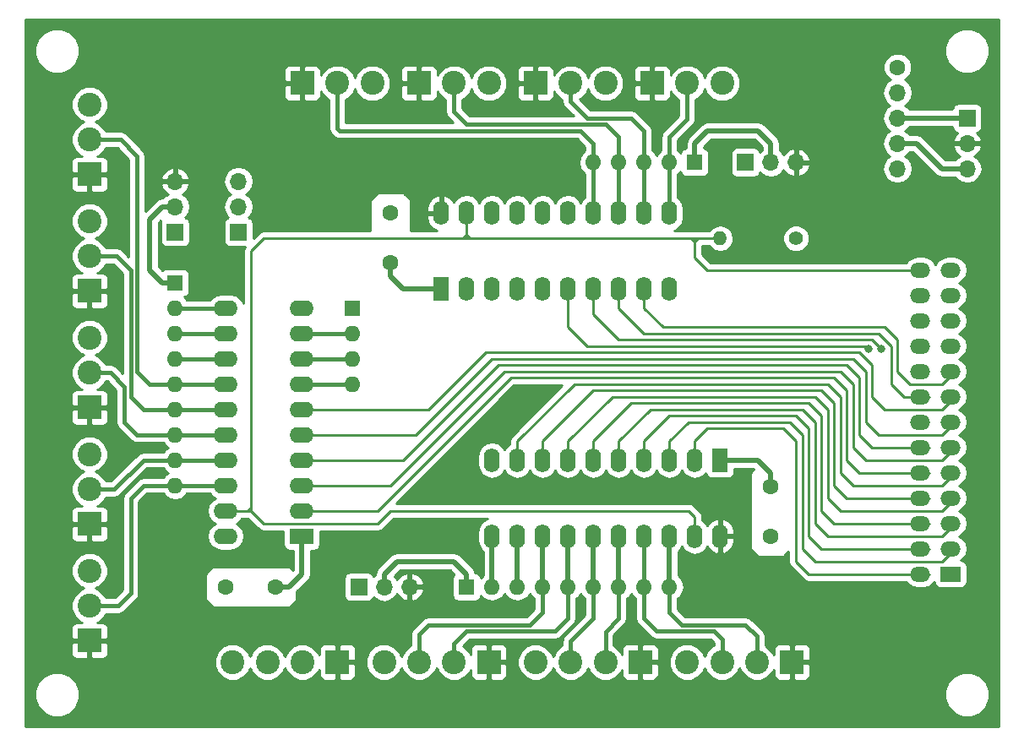
<source format=gtl>
G04 #@! TF.GenerationSoftware,KiCad,Pcbnew,no-vcs-found-ecdfa40~58~ubuntu16.04.1*
G04 #@! TF.CreationDate,2017-04-25T16:01:53+10:00*
G04 #@! TF.ProjectId,pp_bob_output,70705F626F625F6F75747075742E6B69,rev?*
G04 #@! TF.FileFunction,Copper,L1,Top,Signal*
G04 #@! TF.FilePolarity,Positive*
%FSLAX45Y45*%
G04 Gerber Fmt 4.5, Leading zero omitted, Abs format (unit mm)*
G04 Created by KiCad (PCBNEW no-vcs-found-ecdfa40~58~ubuntu16.04.1) date Tue Apr 25 16:01:53 2017*
%MOMM*%
%LPD*%
G01*
G04 APERTURE LIST*
%ADD10C,0.100000*%
%ADD11O,2.000000X1.500000*%
%ADD12R,2.000000X1.500000*%
%ADD13R,1.700000X1.700000*%
%ADD14O,1.700000X1.700000*%
%ADD15R,1.600000X1.600000*%
%ADD16O,1.600000X1.600000*%
%ADD17C,1.600000*%
%ADD18R,1.600000X2.400000*%
%ADD19O,1.600000X2.400000*%
%ADD20R,2.400000X1.600000*%
%ADD21O,2.400000X1.600000*%
%ADD22C,1.400000*%
%ADD23O,1.400000X1.400000*%
%ADD24C,2.400000*%
%ADD25R,2.400000X2.400000*%
%ADD26C,0.800000*%
%ADD27C,0.508000*%
%ADD28C,0.381000*%
%ADD29C,0.254000*%
G04 APERTURE END LIST*
D10*
D11*
X11570100Y-7658100D03*
X11874100Y-7658100D03*
X11570100Y-7912100D03*
X11874100Y-7912100D03*
X11570100Y-8166100D03*
D12*
X11874100Y-8166100D03*
D11*
X11874100Y-7404100D03*
X11570100Y-7404100D03*
X11570100Y-7150100D03*
X11874100Y-7150100D03*
X11874100Y-6896100D03*
X11570100Y-6896100D03*
X11570100Y-6642100D03*
X11874100Y-6642100D03*
X11874100Y-6388100D03*
X11570100Y-6388100D03*
X11570100Y-6134100D03*
X11874100Y-6134100D03*
X11874100Y-5880100D03*
X11570100Y-5880100D03*
X11570100Y-5626100D03*
X11874100Y-5626100D03*
X11874100Y-5372100D03*
X11570100Y-5372100D03*
X11570100Y-5118100D03*
X11874100Y-5118100D03*
D13*
X4737100Y-4737100D03*
D14*
X4737100Y-4483100D03*
X4737100Y-4229100D03*
D13*
X5943600Y-8293100D03*
D14*
X6197600Y-8293100D03*
X6451600Y-8293100D03*
D13*
X4102100Y-4737100D03*
D14*
X4102100Y-4483100D03*
X4102100Y-4229100D03*
D15*
X4102100Y-5245100D03*
D16*
X4102100Y-5499100D03*
X4102100Y-5753100D03*
X4102100Y-6007100D03*
X4102100Y-6261100D03*
X4102100Y-6515100D03*
X4102100Y-6769100D03*
X4102100Y-7023100D03*
X4102100Y-7277100D03*
D17*
X10071100Y-7285100D03*
X10071100Y-7785100D03*
X5110100Y-8293100D03*
X4610100Y-8293100D03*
X6261100Y-4546600D03*
X6261100Y-5046600D03*
D14*
X11341100Y-4102100D03*
X11341100Y-3848100D03*
X11341100Y-3594100D03*
X11341100Y-3340100D03*
D17*
X11341100Y-3086100D03*
D14*
X12039600Y-4102100D03*
X12039600Y-3848100D03*
D13*
X12039600Y-3594100D03*
D15*
X5880100Y-5499100D03*
D16*
X5880100Y-5753100D03*
X5880100Y-6007100D03*
X5880100Y-6261100D03*
D15*
X7023100Y-8293100D03*
D16*
X7277100Y-8293100D03*
X7531100Y-8293100D03*
X7785100Y-8293100D03*
X8039100Y-8293100D03*
X8293100Y-8293100D03*
X8547100Y-8293100D03*
X8801100Y-8293100D03*
X9055100Y-8293100D03*
D15*
X9309100Y-4038600D03*
D16*
X9055100Y-4038600D03*
X8801100Y-4038600D03*
X8547100Y-4038600D03*
X8293100Y-4038600D03*
D13*
X9817100Y-4038600D03*
D14*
X10071100Y-4038600D03*
X10325100Y-4038600D03*
D18*
X6769100Y-5308600D03*
D19*
X9055100Y-4546600D03*
X7023100Y-5308600D03*
X8801100Y-4546600D03*
X7277100Y-5308600D03*
X8547100Y-4546600D03*
X7531100Y-5308600D03*
X8293100Y-4546600D03*
X7785100Y-5308600D03*
X8039100Y-4546600D03*
X8039100Y-5308600D03*
X7785100Y-4546600D03*
X8293100Y-5308600D03*
X7531100Y-4546600D03*
X8547100Y-5308600D03*
X7277100Y-4546600D03*
X8801100Y-5308600D03*
X7023100Y-4546600D03*
X9055100Y-5308600D03*
X6769100Y-4546600D03*
D20*
X5372100Y-7785100D03*
D21*
X4610100Y-5499100D03*
X5372100Y-7531100D03*
X4610100Y-5753100D03*
X5372100Y-7277100D03*
X4610100Y-6007100D03*
X5372100Y-7023100D03*
X4610100Y-6261100D03*
X5372100Y-6769100D03*
X4610100Y-6515100D03*
X5372100Y-6515100D03*
X4610100Y-6769100D03*
X5372100Y-6261100D03*
X4610100Y-7023100D03*
X5372100Y-6007100D03*
X4610100Y-7277100D03*
X5372100Y-5753100D03*
X4610100Y-7531100D03*
X5372100Y-5499100D03*
X4610100Y-7785100D03*
D18*
X9563100Y-7023100D03*
D19*
X7277100Y-7785100D03*
X9309100Y-7023100D03*
X7531100Y-7785100D03*
X9055100Y-7023100D03*
X7785100Y-7785100D03*
X8801100Y-7023100D03*
X8039100Y-7785100D03*
X8547100Y-7023100D03*
X8293100Y-7785100D03*
X8293100Y-7023100D03*
X8547100Y-7785100D03*
X8039100Y-7023100D03*
X8801100Y-7785100D03*
X7785100Y-7023100D03*
X9055100Y-7785100D03*
X7531100Y-7023100D03*
X9309100Y-7785100D03*
X7277100Y-7023100D03*
X9563100Y-7785100D03*
D22*
X10325100Y-4800600D03*
D23*
X9563100Y-4800600D03*
D24*
X3245000Y-8483600D03*
D25*
X3245000Y-8833600D03*
D24*
X3245000Y-8133600D03*
X3245000Y-7315200D03*
D25*
X3245000Y-7665200D03*
D24*
X3245000Y-6965200D03*
X3245000Y-6146800D03*
D25*
X3245000Y-6496800D03*
D24*
X3245000Y-5796800D03*
X3245000Y-4978400D03*
D25*
X3245000Y-5328400D03*
D24*
X3245000Y-4628400D03*
X3245000Y-3810000D03*
D25*
X3245000Y-4160000D03*
D24*
X3245000Y-3460000D03*
X5377754Y-9048600D03*
D25*
X5727754Y-9048600D03*
D24*
X5027754Y-9048600D03*
X4677754Y-9048600D03*
X6896100Y-9048600D03*
D25*
X7246100Y-9048600D03*
D24*
X6546100Y-9048600D03*
X6196100Y-9048600D03*
X8414500Y-9048600D03*
D25*
X8764500Y-9048600D03*
D24*
X8064500Y-9048600D03*
X7714500Y-9048600D03*
X9932900Y-9048600D03*
D25*
X10282900Y-9048600D03*
D24*
X9582900Y-9048600D03*
X9232900Y-9048600D03*
X5727700Y-3245000D03*
D25*
X5377700Y-3245000D03*
D24*
X6077700Y-3245000D03*
X6896100Y-3245000D03*
D25*
X6546100Y-3245000D03*
D24*
X7246100Y-3245000D03*
X8064500Y-3245000D03*
D25*
X7714500Y-3245000D03*
D24*
X8414500Y-3245000D03*
X9232900Y-3245000D03*
D25*
X8882900Y-3245000D03*
D24*
X9582900Y-3245000D03*
D26*
X11182350Y-5911850D03*
X11055350Y-5911850D03*
D27*
X6769100Y-5308600D02*
X6388100Y-5308600D01*
X6261100Y-5181600D02*
X6261100Y-5046600D01*
X6388100Y-5308600D02*
X6261100Y-5181600D01*
X5372100Y-7785100D02*
X5372100Y-8166100D01*
X5372100Y-8166100D02*
X5245100Y-8293100D01*
X5245100Y-8293100D02*
X5110100Y-8293100D01*
X9563100Y-7023100D02*
X9944100Y-7023100D01*
X10071100Y-7150100D02*
X10071100Y-7285100D01*
X9944100Y-7023100D02*
X10071100Y-7150100D01*
D28*
X3245000Y-8483600D02*
X3530600Y-8483600D01*
X3784600Y-7277100D02*
X4102100Y-7277100D01*
X3657600Y-7404100D02*
X3784600Y-7277100D01*
X3657600Y-8356600D02*
X3657600Y-7404100D01*
X3530600Y-8483600D02*
X3657600Y-8356600D01*
X4610100Y-7277100D02*
X4102100Y-7277100D01*
X3245000Y-7315200D02*
X3492500Y-7315200D01*
X3784600Y-7023100D02*
X4102100Y-7023100D01*
X3492500Y-7315200D02*
X3784600Y-7023100D01*
X4610100Y-7023100D02*
X4102100Y-7023100D01*
X3245000Y-6146800D02*
X3454400Y-6146800D01*
X3721100Y-6769100D02*
X4102100Y-6769100D01*
X3594100Y-6642100D02*
X3721100Y-6769100D01*
X3594100Y-6286500D02*
X3594100Y-6642100D01*
X3454400Y-6146800D02*
X3594100Y-6286500D01*
X4102100Y-6769100D02*
X4610100Y-6769100D01*
X3245000Y-4978400D02*
X3517900Y-4978400D01*
X3784600Y-6515100D02*
X4102100Y-6515100D01*
X3657600Y-6388100D02*
X3784600Y-6515100D01*
X3657600Y-5118100D02*
X3657600Y-6388100D01*
X3517900Y-4978400D02*
X3657600Y-5118100D01*
X4610100Y-6515100D02*
X4102100Y-6515100D01*
X3245000Y-3810000D02*
X3556000Y-3810000D01*
X3848100Y-6261100D02*
X4102100Y-6261100D01*
X3721100Y-6134100D02*
X3848100Y-6261100D01*
X3721100Y-3975100D02*
X3721100Y-6134100D01*
X3556000Y-3810000D02*
X3721100Y-3975100D01*
X4610100Y-6261100D02*
X4102100Y-6261100D01*
X5727700Y-3245000D02*
X5727700Y-3695700D01*
X8293100Y-3848100D02*
X8293100Y-4038600D01*
X8166100Y-3721100D02*
X8293100Y-3848100D01*
X5753100Y-3721100D02*
X8166100Y-3721100D01*
X5727700Y-3695700D02*
X5753100Y-3721100D01*
X8293100Y-4546600D02*
X8293100Y-4038600D01*
X6896100Y-3245000D02*
X6896100Y-3530600D01*
X8547100Y-3784600D02*
X8547100Y-4038600D01*
X8420100Y-3657600D02*
X8547100Y-3784600D01*
X7023100Y-3657600D02*
X8420100Y-3657600D01*
X6896100Y-3530600D02*
X7023100Y-3657600D01*
X8547100Y-4546600D02*
X8547100Y-4038600D01*
X8064500Y-3245000D02*
X8064500Y-3429000D01*
X8801100Y-3721100D02*
X8801100Y-4038600D01*
X8674100Y-3594100D02*
X8801100Y-3721100D01*
X8229600Y-3594100D02*
X8674100Y-3594100D01*
X8064500Y-3429000D02*
X8229600Y-3594100D01*
X8801100Y-4546600D02*
X8801100Y-4038600D01*
X9055100Y-4038600D02*
X9055100Y-3784600D01*
X9232900Y-3606800D02*
X9232900Y-3245000D01*
X9055100Y-3784600D02*
X9232900Y-3606800D01*
X9055300Y-4038400D02*
X9055100Y-4038600D01*
X9055100Y-4038600D02*
X9055100Y-4546600D01*
D29*
X8991600Y-5689600D02*
X11214100Y-5689600D01*
X11785600Y-6261100D02*
X11468100Y-6261100D01*
X11468100Y-6261100D02*
X11341100Y-6134100D01*
X11341100Y-6134100D02*
X11341100Y-5816600D01*
X8801100Y-5308600D02*
X8801100Y-5499100D01*
X8991600Y-5689600D02*
X8801100Y-5499100D01*
X11341100Y-5816600D02*
X11214100Y-5689600D01*
X11785600Y-6261100D02*
X11912600Y-6134100D01*
X8801100Y-5753100D02*
X11150600Y-5753100D01*
X11404600Y-6388100D02*
X11277600Y-6261100D01*
X11277600Y-6261100D02*
X11277600Y-5880100D01*
X11277600Y-5880100D02*
X11150600Y-5753100D01*
X8801100Y-5753100D02*
X8547100Y-5499100D01*
X8547100Y-5308600D02*
X8547100Y-5499100D01*
X11404600Y-6388100D02*
X11658600Y-6388100D01*
X7213600Y-5943600D02*
X10960100Y-5943600D01*
X11785600Y-6515100D02*
X11214100Y-6515100D01*
X11214100Y-6515100D02*
X11087100Y-6388100D01*
X5372100Y-6515100D02*
X6578600Y-6515100D01*
X11087100Y-6388100D02*
X11087100Y-6070600D01*
X6642100Y-6515100D02*
X7213600Y-5943600D01*
X10960100Y-5943600D02*
X11087100Y-6070600D01*
X6578600Y-6515100D02*
X6642100Y-6515100D01*
X11785600Y-6515100D02*
X11912600Y-6388100D01*
X8547100Y-5816600D02*
X11087100Y-5816600D01*
X8547100Y-5816600D02*
X8293100Y-5562600D01*
X8293100Y-5308600D02*
X8293100Y-5562600D01*
X11087100Y-5816600D02*
X11182350Y-5911850D01*
X11182350Y-5911850D02*
X11182350Y-5911850D01*
X7277100Y-6007100D02*
X10896600Y-6007100D01*
X11785600Y-6769100D02*
X11150600Y-6769100D01*
X11150600Y-6769100D02*
X11023600Y-6642100D01*
X11023600Y-6134100D02*
X10896600Y-6007100D01*
X6515100Y-6769100D02*
X6451600Y-6769100D01*
X7277100Y-6007100D02*
X6515100Y-6769100D01*
X5372100Y-6769100D02*
X6451600Y-6769100D01*
X11023600Y-6134100D02*
X11023600Y-6642100D01*
X11785600Y-6769100D02*
X11912600Y-6642100D01*
X7340600Y-6070600D02*
X10833100Y-6070600D01*
X11087100Y-6896100D02*
X10960100Y-6769100D01*
X5372100Y-7023100D02*
X6324600Y-7023100D01*
X6388100Y-7023100D02*
X7340600Y-6070600D01*
X10833100Y-6070600D02*
X10960100Y-6197600D01*
X6324600Y-7023100D02*
X6388100Y-7023100D01*
X10960100Y-6769100D02*
X10960100Y-6197600D01*
X11087100Y-6896100D02*
X11658600Y-6896100D01*
X7404100Y-6134100D02*
X10769600Y-6134100D01*
X11785600Y-7023100D02*
X11023600Y-7023100D01*
X11023600Y-7023100D02*
X10896600Y-6896100D01*
X7404100Y-6134100D02*
X6261100Y-7277100D01*
X6261100Y-7277100D02*
X6197600Y-7277100D01*
X10896600Y-6261100D02*
X10769600Y-6134100D01*
X10896600Y-6896100D02*
X10896600Y-6261100D01*
X5372100Y-7277100D02*
X6197600Y-7277100D01*
X11785600Y-7023100D02*
X11912600Y-6896100D01*
X7467600Y-6197600D02*
X10706100Y-6197600D01*
X10960100Y-7150100D02*
X10833100Y-7023100D01*
X6070600Y-7531100D02*
X6134100Y-7531100D01*
X10706100Y-6197600D02*
X10833100Y-6324600D01*
X6134100Y-7531100D02*
X7467600Y-6197600D01*
X10833100Y-7023100D02*
X10833100Y-6324600D01*
X5372100Y-7531100D02*
X6070600Y-7531100D01*
X10960100Y-7150100D02*
X11658600Y-7150100D01*
X8102600Y-6261100D02*
X10642600Y-6261100D01*
X11785600Y-7277100D02*
X10896600Y-7277100D01*
X10896600Y-7277100D02*
X10769600Y-7150100D01*
X7531100Y-7023100D02*
X7531100Y-6832600D01*
X8102600Y-6261100D02*
X7531100Y-6832600D01*
X10769600Y-6388100D02*
X10642600Y-6261100D01*
X10769600Y-7150100D02*
X10769600Y-6388100D01*
X11785600Y-7277100D02*
X11912600Y-7150100D01*
X8293100Y-6324600D02*
X10579100Y-6324600D01*
X10833100Y-7404100D02*
X10706100Y-7277100D01*
X7785100Y-7023100D02*
X7785100Y-6832600D01*
X8293100Y-6324600D02*
X7785100Y-6832600D01*
X10706100Y-6451600D02*
X10579100Y-6324600D01*
X10706100Y-7277100D02*
X10706100Y-6451600D01*
X10833100Y-7404100D02*
X11658600Y-7404100D01*
X8483600Y-6388100D02*
X10515600Y-6388100D01*
X11785600Y-7531100D02*
X10769600Y-7531100D01*
X10769600Y-7531100D02*
X10642600Y-7404100D01*
X8039100Y-7023100D02*
X8039100Y-6832600D01*
X8483600Y-6388100D02*
X8039100Y-6832600D01*
X10642600Y-6515100D02*
X10515600Y-6388100D01*
X10642600Y-7404100D02*
X10642600Y-6515100D01*
X11785600Y-7531100D02*
X11912600Y-7404100D01*
X8674100Y-6451600D02*
X10452100Y-6451600D01*
X10452100Y-6451600D02*
X10579100Y-6578600D01*
X8293100Y-6832600D02*
X8674100Y-6451600D01*
X8293100Y-7023100D02*
X8293100Y-6832600D01*
X10579100Y-7531100D02*
X10706100Y-7658100D01*
X10579100Y-6578600D02*
X10579100Y-7531100D01*
X10706100Y-7658100D02*
X11658600Y-7658100D01*
X8864600Y-6515100D02*
X10388600Y-6515100D01*
X11785600Y-7785100D02*
X10642600Y-7785100D01*
X10515600Y-7658100D02*
X10515600Y-6642100D01*
X10515600Y-6642100D02*
X10388600Y-6515100D01*
X8864600Y-6515100D02*
X8547100Y-6832600D01*
X8547100Y-7023100D02*
X8547100Y-6832600D01*
X10642600Y-7785100D02*
X10515600Y-7658100D01*
X11785600Y-7785100D02*
X11912600Y-7658100D01*
X9055100Y-6578600D02*
X10325100Y-6578600D01*
X10452100Y-6705600D02*
X10325100Y-6578600D01*
X10452100Y-7785100D02*
X10452100Y-6705600D01*
X8801100Y-6832600D02*
X8801100Y-7023100D01*
X9055100Y-6578600D02*
X8801100Y-6832600D01*
X11658600Y-7912100D02*
X10579100Y-7912100D01*
X10579100Y-7912100D02*
X10452100Y-7785100D01*
X10452100Y-7785100D02*
X10452100Y-7785100D01*
X9245600Y-6642100D02*
X10261600Y-6642100D01*
X10515600Y-8039100D02*
X10388600Y-7912100D01*
X10388600Y-7912100D02*
X10388600Y-7848600D01*
X10388600Y-6769100D02*
X10261600Y-6642100D01*
X10388600Y-6769100D02*
X10388600Y-7340600D01*
X10388600Y-7848600D02*
X10388600Y-7340600D01*
X9055100Y-6832600D02*
X9055100Y-7023100D01*
X9245600Y-6642100D02*
X9055100Y-6832600D01*
X11912600Y-7912100D02*
X11785600Y-8039100D01*
X11785600Y-8039100D02*
X10515600Y-8039100D01*
X10515600Y-8039100D02*
X10515600Y-8039100D01*
X9436100Y-6705600D02*
X10198100Y-6705600D01*
X10325100Y-6832600D02*
X10325100Y-7404100D01*
X10325100Y-7912100D02*
X10325100Y-7404100D01*
X9436100Y-6705600D02*
X9309100Y-6832600D01*
X9309100Y-7023100D02*
X9309100Y-6832600D01*
X10325100Y-6832600D02*
X10198100Y-6705600D01*
X10325100Y-8039100D02*
X10325100Y-7912100D01*
X10325100Y-8039100D02*
X10452100Y-8166100D01*
X11658600Y-8166100D02*
X10452100Y-8166100D01*
X10452100Y-8166100D02*
X10452100Y-8166100D01*
X8229600Y-5880100D02*
X11023600Y-5880100D01*
X8039100Y-5689600D02*
X8229600Y-5880100D01*
X8039100Y-5308600D02*
X8039100Y-5689600D01*
X11023600Y-5880100D02*
X11055350Y-5911850D01*
D27*
X11341100Y-3594100D02*
X12039600Y-3594100D01*
X11341100Y-3848100D02*
X11531600Y-3848100D01*
X11785600Y-4102100D02*
X12039600Y-4102100D01*
X11531600Y-3848100D02*
X11785600Y-4102100D01*
D29*
X11595100Y-5118100D02*
X9436100Y-5118100D01*
X9436100Y-5118100D02*
X9309100Y-4991100D01*
X9309100Y-4991100D02*
X9309100Y-4832350D01*
X9309100Y-4832350D02*
X9340850Y-4800600D01*
X9309100Y-4832350D02*
X9277350Y-4800600D01*
X9309100Y-4832350D02*
X9309100Y-4800600D01*
X9563100Y-4800600D02*
X9340850Y-4800600D01*
X9340850Y-4800600D02*
X9309100Y-4800600D01*
X9309100Y-4800600D02*
X9277350Y-4800600D01*
X9277350Y-4800600D02*
X7023100Y-4800600D01*
X4864100Y-5499100D02*
X4864100Y-4927600D01*
X4991100Y-4800600D02*
X5562600Y-4800600D01*
X4864100Y-4927600D02*
X4991100Y-4800600D01*
X5054600Y-7658100D02*
X4991100Y-7658100D01*
X4991100Y-7658100D02*
X4864100Y-7531100D01*
X5022850Y-7658100D02*
X5054600Y-7658100D01*
X5054600Y-7658100D02*
X5118100Y-7658100D01*
X9309100Y-7594600D02*
X9245600Y-7531100D01*
X6261100Y-7531100D02*
X6134100Y-7658100D01*
X6134100Y-7658100D02*
X5118100Y-7658100D01*
X9309100Y-7721600D02*
X9309100Y-7594600D01*
X9245600Y-7531100D02*
X6261100Y-7531100D01*
X7054850Y-4800600D02*
X7023100Y-4768850D01*
X7023100Y-4768850D02*
X6991350Y-4800600D01*
X7023100Y-4800600D02*
X6991350Y-4800600D01*
X6991350Y-4800600D02*
X5562600Y-4800600D01*
X4864100Y-5499100D02*
X4864100Y-7499350D01*
X7023100Y-4800600D02*
X7054850Y-4800600D01*
X7023100Y-4546600D02*
X7023100Y-4800600D01*
X4864100Y-7499350D02*
X4832350Y-7531100D01*
X4864100Y-7531100D02*
X4864100Y-7499350D01*
X4864100Y-7531100D02*
X4832350Y-7531100D01*
X4832350Y-7531100D02*
X4610100Y-7531100D01*
D28*
X5880100Y-5753100D02*
X5372100Y-5753100D01*
X5880100Y-6007100D02*
X5372100Y-6007100D01*
X5880100Y-6261100D02*
X5372100Y-6261100D01*
D27*
X7023100Y-8293100D02*
X7023100Y-8166100D01*
X6197600Y-8166100D02*
X6197600Y-8293100D01*
X6324600Y-8039100D02*
X6197600Y-8166100D01*
X6896100Y-8039100D02*
X6324600Y-8039100D01*
X7023100Y-8166100D02*
X6896100Y-8039100D01*
X4102100Y-5245100D02*
X3975100Y-5245100D01*
X3975100Y-4483100D02*
X4102100Y-4483100D01*
X3848100Y-4610100D02*
X3975100Y-4483100D01*
X3848100Y-5118100D02*
X3848100Y-4610100D01*
X3975100Y-5245100D02*
X3848100Y-5118100D01*
X10071100Y-4038600D02*
X10071100Y-3848100D01*
X9309100Y-3848100D02*
X9309100Y-4038600D01*
X9436100Y-3721100D02*
X9309100Y-3848100D01*
X9944100Y-3721100D02*
X9436100Y-3721100D01*
X10071100Y-3848100D02*
X9944100Y-3721100D01*
D28*
X4610100Y-5499100D02*
X4102100Y-5499100D01*
X4610100Y-5753100D02*
X4102100Y-5753100D01*
X4610100Y-6007100D02*
X4102100Y-6007100D01*
X9932900Y-8864600D02*
X9932900Y-8789900D01*
X9055100Y-8547100D02*
X9055100Y-8293100D01*
X9182100Y-8674100D02*
X9055100Y-8547100D01*
X9817100Y-8674100D02*
X9182100Y-8674100D01*
X9932900Y-8789900D02*
X9817100Y-8674100D01*
X9932900Y-9048600D02*
X9932900Y-8864600D01*
D27*
X9055100Y-7721600D02*
X9055100Y-8293100D01*
D28*
X9582900Y-8864600D02*
X9582900Y-8820900D01*
X8801100Y-8610600D02*
X8801100Y-8293100D01*
X8928100Y-8737600D02*
X8801100Y-8610600D01*
X9499600Y-8737600D02*
X8928100Y-8737600D01*
X9582900Y-8820900D02*
X9499600Y-8737600D01*
X9582900Y-9048600D02*
X9582900Y-8864600D01*
X8801100Y-7785100D02*
X8801100Y-8293100D01*
X8414500Y-9048600D02*
X8414500Y-8743200D01*
X8547100Y-8610600D02*
X8547100Y-8293100D01*
X8414500Y-8743200D02*
X8547100Y-8610600D01*
D27*
X8547100Y-7785100D02*
X8547100Y-8293100D01*
X8547100Y-8293100D02*
X8544300Y-8295900D01*
D28*
X8064500Y-9048600D02*
X8064500Y-8839200D01*
X8293100Y-8610600D02*
X8293100Y-8293100D01*
X8064500Y-8839200D02*
X8293100Y-8610600D01*
D27*
X8293100Y-7785100D02*
X8293100Y-8293100D01*
D28*
X6896100Y-9048600D02*
X6896100Y-8864600D01*
X8039100Y-8610600D02*
X8039100Y-8293100D01*
X7912100Y-8737600D02*
X8039100Y-8610600D01*
X7023100Y-8737600D02*
X7912100Y-8737600D01*
X6896100Y-8864600D02*
X7023100Y-8737600D01*
D27*
X8039100Y-7785100D02*
X8039100Y-8293100D01*
D28*
X6546100Y-9048600D02*
X6546100Y-8770100D01*
X7785100Y-8547100D02*
X7785100Y-8293100D01*
X7658100Y-8674100D02*
X7785100Y-8547100D01*
X6642100Y-8674100D02*
X7658100Y-8674100D01*
X6546100Y-8770100D02*
X6642100Y-8674100D01*
D27*
X7785100Y-7785100D02*
X7785100Y-8293100D01*
X7531100Y-7785100D02*
X7531100Y-8293100D01*
X7277100Y-7785100D02*
X7277100Y-8293100D01*
D29*
G36*
X12355830Y-9688830D02*
X2604770Y-9688830D01*
X2604770Y-9416862D01*
X2697461Y-9416862D01*
X2731416Y-9499037D01*
X2794232Y-9561964D01*
X2876348Y-9596061D01*
X2965262Y-9596139D01*
X3047437Y-9562185D01*
X3110364Y-9499368D01*
X3144461Y-9417252D01*
X3144461Y-9416862D01*
X11816061Y-9416862D01*
X11850015Y-9499037D01*
X11912832Y-9561964D01*
X11994948Y-9596061D01*
X12083862Y-9596139D01*
X12166037Y-9562185D01*
X12228964Y-9499368D01*
X12263061Y-9417252D01*
X12263139Y-9328338D01*
X12229184Y-9246163D01*
X12166368Y-9183236D01*
X12084252Y-9149139D01*
X11995338Y-9149061D01*
X11913163Y-9183016D01*
X11850236Y-9245832D01*
X11816139Y-9327948D01*
X11816061Y-9416862D01*
X3144461Y-9416862D01*
X3144539Y-9328338D01*
X3110584Y-9246163D01*
X3047768Y-9183236D01*
X2965652Y-9149139D01*
X2876738Y-9149061D01*
X2794563Y-9183016D01*
X2731636Y-9245832D01*
X2697539Y-9327948D01*
X2697461Y-9416862D01*
X2604770Y-9416862D01*
X2604770Y-9084940D01*
X4494222Y-9084940D01*
X4522100Y-9152409D01*
X4573674Y-9204073D01*
X4641094Y-9232068D01*
X4714094Y-9232132D01*
X4781563Y-9204255D01*
X4833227Y-9152680D01*
X4852768Y-9105622D01*
X4872100Y-9152409D01*
X4923674Y-9204073D01*
X4991094Y-9232068D01*
X5064094Y-9232132D01*
X5131563Y-9204255D01*
X5183227Y-9152680D01*
X5202768Y-9105622D01*
X5222100Y-9152409D01*
X5273674Y-9204073D01*
X5341094Y-9232068D01*
X5414094Y-9232132D01*
X5481563Y-9204255D01*
X5533227Y-9152680D01*
X5544254Y-9126124D01*
X5544254Y-9181231D01*
X5553921Y-9204570D01*
X5571784Y-9222433D01*
X5595123Y-9232100D01*
X5699179Y-9232100D01*
X5715054Y-9216225D01*
X5715054Y-9061300D01*
X5740454Y-9061300D01*
X5740454Y-9216225D01*
X5756329Y-9232100D01*
X5860385Y-9232100D01*
X5883724Y-9222433D01*
X5901587Y-9204570D01*
X5911254Y-9181231D01*
X5911254Y-9077175D01*
X5895379Y-9061300D01*
X5740454Y-9061300D01*
X5715054Y-9061300D01*
X5713054Y-9061300D01*
X5713054Y-9035900D01*
X5715054Y-9035900D01*
X5715054Y-8880975D01*
X5740454Y-8880975D01*
X5740454Y-9035900D01*
X5895379Y-9035900D01*
X5911254Y-9020025D01*
X5911254Y-8915969D01*
X5901587Y-8892630D01*
X5883724Y-8874767D01*
X5860385Y-8865100D01*
X5756329Y-8865100D01*
X5740454Y-8880975D01*
X5715054Y-8880975D01*
X5699179Y-8865100D01*
X5595123Y-8865100D01*
X5571784Y-8874767D01*
X5553921Y-8892630D01*
X5544254Y-8915969D01*
X5544254Y-8971040D01*
X5533409Y-8944791D01*
X5481834Y-8893127D01*
X5414415Y-8865132D01*
X5341414Y-8865068D01*
X5273945Y-8892946D01*
X5222281Y-8944520D01*
X5202741Y-8991579D01*
X5183409Y-8944791D01*
X5131834Y-8893127D01*
X5064415Y-8865132D01*
X4991414Y-8865068D01*
X4923945Y-8892946D01*
X4872281Y-8944520D01*
X4852741Y-8991579D01*
X4833409Y-8944791D01*
X4781834Y-8893127D01*
X4714415Y-8865132D01*
X4641414Y-8865068D01*
X4573945Y-8892946D01*
X4522281Y-8944520D01*
X4494286Y-9011940D01*
X4494222Y-9084940D01*
X2604770Y-9084940D01*
X2604770Y-8862175D01*
X3061500Y-8862175D01*
X3061500Y-8966231D01*
X3071167Y-8989570D01*
X3089030Y-9007433D01*
X3112369Y-9017100D01*
X3216425Y-9017100D01*
X3232300Y-9001225D01*
X3232300Y-8846300D01*
X3257700Y-8846300D01*
X3257700Y-9001225D01*
X3273575Y-9017100D01*
X3377631Y-9017100D01*
X3400970Y-9007433D01*
X3418833Y-8989570D01*
X3428500Y-8966231D01*
X3428500Y-8862175D01*
X3412625Y-8846300D01*
X3257700Y-8846300D01*
X3232300Y-8846300D01*
X3077375Y-8846300D01*
X3061500Y-8862175D01*
X2604770Y-8862175D01*
X2604770Y-7693775D01*
X3061500Y-7693775D01*
X3061500Y-7797831D01*
X3071167Y-7821170D01*
X3089030Y-7839033D01*
X3112369Y-7848700D01*
X3216425Y-7848700D01*
X3232300Y-7832825D01*
X3232300Y-7677900D01*
X3257700Y-7677900D01*
X3257700Y-7832825D01*
X3273575Y-7848700D01*
X3377631Y-7848700D01*
X3400970Y-7839033D01*
X3418833Y-7821170D01*
X3428500Y-7797831D01*
X3428500Y-7693775D01*
X3412625Y-7677900D01*
X3257700Y-7677900D01*
X3232300Y-7677900D01*
X3077375Y-7677900D01*
X3061500Y-7693775D01*
X2604770Y-7693775D01*
X2604770Y-6525375D01*
X3061500Y-6525375D01*
X3061500Y-6629431D01*
X3071167Y-6652770D01*
X3089030Y-6670633D01*
X3112369Y-6680300D01*
X3216425Y-6680300D01*
X3232300Y-6664425D01*
X3232300Y-6509500D01*
X3257700Y-6509500D01*
X3257700Y-6664425D01*
X3273575Y-6680300D01*
X3377631Y-6680300D01*
X3400970Y-6670633D01*
X3418833Y-6652770D01*
X3428500Y-6629431D01*
X3428500Y-6525375D01*
X3412625Y-6509500D01*
X3257700Y-6509500D01*
X3232300Y-6509500D01*
X3077375Y-6509500D01*
X3061500Y-6525375D01*
X2604770Y-6525375D01*
X2604770Y-5356975D01*
X3061500Y-5356975D01*
X3061500Y-5461031D01*
X3071167Y-5484370D01*
X3089030Y-5502233D01*
X3112369Y-5511900D01*
X3216425Y-5511900D01*
X3232300Y-5496025D01*
X3232300Y-5341100D01*
X3257700Y-5341100D01*
X3257700Y-5496025D01*
X3273575Y-5511900D01*
X3377631Y-5511900D01*
X3400970Y-5502233D01*
X3418833Y-5484370D01*
X3428500Y-5461031D01*
X3428500Y-5356975D01*
X3412625Y-5341100D01*
X3257700Y-5341100D01*
X3232300Y-5341100D01*
X3077375Y-5341100D01*
X3061500Y-5356975D01*
X2604770Y-5356975D01*
X2604770Y-4188575D01*
X3061500Y-4188575D01*
X3061500Y-4292631D01*
X3071167Y-4315970D01*
X3089030Y-4333833D01*
X3112369Y-4343500D01*
X3216425Y-4343500D01*
X3232300Y-4327625D01*
X3232300Y-4172700D01*
X3257700Y-4172700D01*
X3257700Y-4327625D01*
X3273575Y-4343500D01*
X3377631Y-4343500D01*
X3400970Y-4333833D01*
X3418833Y-4315970D01*
X3428500Y-4292631D01*
X3428500Y-4188575D01*
X3412625Y-4172700D01*
X3257700Y-4172700D01*
X3232300Y-4172700D01*
X3077375Y-4172700D01*
X3061500Y-4188575D01*
X2604770Y-4188575D01*
X2604770Y-3496340D01*
X3061468Y-3496340D01*
X3089345Y-3563809D01*
X3140920Y-3615473D01*
X3187978Y-3635013D01*
X3141191Y-3654345D01*
X3089527Y-3705920D01*
X3061532Y-3773339D01*
X3061468Y-3846340D01*
X3089345Y-3913809D01*
X3140920Y-3965473D01*
X3167476Y-3976500D01*
X3112369Y-3976500D01*
X3089030Y-3986167D01*
X3071167Y-4004030D01*
X3061500Y-4027369D01*
X3061500Y-4131425D01*
X3077375Y-4147300D01*
X3232300Y-4147300D01*
X3232300Y-4145300D01*
X3257700Y-4145300D01*
X3257700Y-4147300D01*
X3412625Y-4147300D01*
X3428500Y-4131425D01*
X3428500Y-4027369D01*
X3418833Y-4004030D01*
X3400970Y-3986167D01*
X3377631Y-3976500D01*
X3322560Y-3976500D01*
X3348809Y-3965654D01*
X3400473Y-3914080D01*
X3409413Y-3892550D01*
X3521807Y-3892550D01*
X3638550Y-4009293D01*
X3638550Y-4982307D01*
X3576272Y-4920028D01*
X3549491Y-4902134D01*
X3517900Y-4895850D01*
X3409438Y-4895850D01*
X3400654Y-4874591D01*
X3349080Y-4822927D01*
X3302021Y-4803387D01*
X3348809Y-4784055D01*
X3400473Y-4732480D01*
X3428468Y-4665061D01*
X3428532Y-4592060D01*
X3400654Y-4524591D01*
X3349080Y-4472927D01*
X3281660Y-4444932D01*
X3208660Y-4444868D01*
X3141191Y-4472746D01*
X3089527Y-4524320D01*
X3061532Y-4591740D01*
X3061468Y-4664740D01*
X3089345Y-4732209D01*
X3140920Y-4783873D01*
X3187978Y-4803414D01*
X3141191Y-4822746D01*
X3089527Y-4874320D01*
X3061532Y-4941740D01*
X3061468Y-5014740D01*
X3089345Y-5082209D01*
X3140920Y-5133873D01*
X3167476Y-5144900D01*
X3112369Y-5144900D01*
X3089030Y-5154567D01*
X3071167Y-5172430D01*
X3061500Y-5195769D01*
X3061500Y-5299825D01*
X3077375Y-5315700D01*
X3232300Y-5315700D01*
X3232300Y-5313700D01*
X3257700Y-5313700D01*
X3257700Y-5315700D01*
X3412625Y-5315700D01*
X3428500Y-5299825D01*
X3428500Y-5195769D01*
X3418833Y-5172430D01*
X3400970Y-5154567D01*
X3377631Y-5144900D01*
X3322560Y-5144900D01*
X3348809Y-5134055D01*
X3400473Y-5082480D01*
X3409413Y-5060950D01*
X3483707Y-5060950D01*
X3575050Y-5152293D01*
X3575050Y-6150707D01*
X3512772Y-6088428D01*
X3485991Y-6070534D01*
X3454400Y-6064250D01*
X3409438Y-6064250D01*
X3400654Y-6042991D01*
X3349080Y-5991327D01*
X3302021Y-5971786D01*
X3348809Y-5952454D01*
X3400473Y-5900880D01*
X3428468Y-5833460D01*
X3428532Y-5760460D01*
X3400654Y-5692991D01*
X3349080Y-5641327D01*
X3281660Y-5613332D01*
X3208660Y-5613268D01*
X3141191Y-5641145D01*
X3089527Y-5692720D01*
X3061532Y-5760139D01*
X3061468Y-5833140D01*
X3089345Y-5900609D01*
X3140920Y-5952273D01*
X3187978Y-5971813D01*
X3141191Y-5991145D01*
X3089527Y-6042720D01*
X3061532Y-6110139D01*
X3061468Y-6183140D01*
X3089345Y-6250609D01*
X3140920Y-6302273D01*
X3167476Y-6313300D01*
X3112369Y-6313300D01*
X3089030Y-6322967D01*
X3071167Y-6340830D01*
X3061500Y-6364169D01*
X3061500Y-6468225D01*
X3077375Y-6484100D01*
X3232300Y-6484100D01*
X3232300Y-6482100D01*
X3257700Y-6482100D01*
X3257700Y-6484100D01*
X3412625Y-6484100D01*
X3428500Y-6468225D01*
X3428500Y-6364169D01*
X3418833Y-6340830D01*
X3400970Y-6322967D01*
X3377631Y-6313300D01*
X3322560Y-6313300D01*
X3348809Y-6302454D01*
X3400473Y-6250880D01*
X3409413Y-6229350D01*
X3420207Y-6229350D01*
X3511550Y-6320693D01*
X3511550Y-6642100D01*
X3517834Y-6673691D01*
X3535728Y-6700472D01*
X3662728Y-6827471D01*
X3662728Y-6827472D01*
X3670403Y-6832600D01*
X3689509Y-6845366D01*
X3721100Y-6851650D01*
X3986110Y-6851650D01*
X4000630Y-6873381D01*
X4034631Y-6896100D01*
X4000630Y-6918819D01*
X3986110Y-6940550D01*
X3784600Y-6940550D01*
X3784600Y-6940550D01*
X3753009Y-6946834D01*
X3726228Y-6964728D01*
X3458307Y-7232650D01*
X3409438Y-7232650D01*
X3400654Y-7211391D01*
X3349080Y-7159727D01*
X3302021Y-7140186D01*
X3348809Y-7120854D01*
X3400473Y-7069280D01*
X3428468Y-7001860D01*
X3428532Y-6928860D01*
X3400654Y-6861391D01*
X3349080Y-6809727D01*
X3281660Y-6781732D01*
X3208660Y-6781668D01*
X3141191Y-6809545D01*
X3089527Y-6861120D01*
X3061532Y-6928539D01*
X3061468Y-7001540D01*
X3089345Y-7069009D01*
X3140920Y-7120673D01*
X3187978Y-7140213D01*
X3141191Y-7159545D01*
X3089527Y-7211120D01*
X3061532Y-7278539D01*
X3061468Y-7351540D01*
X3089345Y-7419009D01*
X3140920Y-7470673D01*
X3167476Y-7481700D01*
X3112369Y-7481700D01*
X3089030Y-7491367D01*
X3071167Y-7509230D01*
X3061500Y-7532569D01*
X3061500Y-7636625D01*
X3077375Y-7652500D01*
X3232300Y-7652500D01*
X3232300Y-7650500D01*
X3257700Y-7650500D01*
X3257700Y-7652500D01*
X3412625Y-7652500D01*
X3428500Y-7636625D01*
X3428500Y-7532569D01*
X3418833Y-7509230D01*
X3400970Y-7491367D01*
X3377631Y-7481700D01*
X3322560Y-7481700D01*
X3348809Y-7470854D01*
X3400473Y-7419280D01*
X3409413Y-7397750D01*
X3492500Y-7397750D01*
X3524091Y-7391466D01*
X3550872Y-7373572D01*
X3818793Y-7105650D01*
X3986110Y-7105650D01*
X4000630Y-7127381D01*
X4034631Y-7150100D01*
X4000630Y-7172819D01*
X3986110Y-7194550D01*
X3784600Y-7194550D01*
X3753009Y-7200834D01*
X3742518Y-7207844D01*
X3726228Y-7218728D01*
X3726228Y-7218729D01*
X3599228Y-7345728D01*
X3581334Y-7372509D01*
X3581334Y-7372509D01*
X3575050Y-7404100D01*
X3575050Y-8322407D01*
X3496407Y-8401050D01*
X3409438Y-8401050D01*
X3400654Y-8379791D01*
X3349080Y-8328127D01*
X3302021Y-8308586D01*
X3348809Y-8289254D01*
X3400473Y-8237680D01*
X3428468Y-8170260D01*
X3428532Y-8097260D01*
X3400654Y-8029791D01*
X3349080Y-7978127D01*
X3281660Y-7950132D01*
X3208660Y-7950068D01*
X3141191Y-7977945D01*
X3089527Y-8029520D01*
X3061532Y-8096939D01*
X3061468Y-8169940D01*
X3089345Y-8237409D01*
X3140920Y-8289073D01*
X3187978Y-8308613D01*
X3141191Y-8327945D01*
X3089527Y-8379520D01*
X3061532Y-8446940D01*
X3061468Y-8519940D01*
X3089345Y-8587409D01*
X3140920Y-8639073D01*
X3167476Y-8650100D01*
X3112369Y-8650100D01*
X3089030Y-8659767D01*
X3071167Y-8677630D01*
X3061500Y-8700969D01*
X3061500Y-8805025D01*
X3077375Y-8820900D01*
X3232300Y-8820900D01*
X3232300Y-8818900D01*
X3257700Y-8818900D01*
X3257700Y-8820900D01*
X3412625Y-8820900D01*
X3428500Y-8805025D01*
X3428500Y-8700969D01*
X3418833Y-8677630D01*
X3400970Y-8659767D01*
X3377631Y-8650100D01*
X3322560Y-8650100D01*
X3348809Y-8639255D01*
X3400473Y-8587680D01*
X3409413Y-8566150D01*
X3530600Y-8566150D01*
X3562191Y-8559866D01*
X3588972Y-8541972D01*
X3715971Y-8414972D01*
X3715972Y-8414972D01*
X3729604Y-8394570D01*
X3733866Y-8388191D01*
X3740150Y-8356600D01*
X3740150Y-7438293D01*
X3818793Y-7359650D01*
X3986110Y-7359650D01*
X4000630Y-7381381D01*
X4047185Y-7412488D01*
X4102100Y-7423411D01*
X4157015Y-7412488D01*
X4203570Y-7381381D01*
X4218090Y-7359650D01*
X4452393Y-7359650D01*
X4465035Y-7378570D01*
X4503244Y-7404100D01*
X4465035Y-7429630D01*
X4433928Y-7476185D01*
X4423005Y-7531100D01*
X4433928Y-7586015D01*
X4465035Y-7632570D01*
X4503244Y-7658100D01*
X4465035Y-7683630D01*
X4433928Y-7730185D01*
X4423005Y-7785100D01*
X4433928Y-7840015D01*
X4465035Y-7886570D01*
X4511590Y-7917677D01*
X4566505Y-7928600D01*
X4653695Y-7928600D01*
X4708610Y-7917677D01*
X4755165Y-7886570D01*
X4786272Y-7840015D01*
X4797195Y-7785100D01*
X4786272Y-7730185D01*
X4755165Y-7683630D01*
X4716956Y-7658100D01*
X4755165Y-7632570D01*
X4772050Y-7607300D01*
X4832537Y-7607300D01*
X4937218Y-7711981D01*
X4959289Y-7726728D01*
X4961940Y-7728500D01*
X4991100Y-7734300D01*
X5187356Y-7734300D01*
X5187356Y-7865100D01*
X5192284Y-7889876D01*
X5206319Y-7910881D01*
X5227324Y-7924916D01*
X5252100Y-7929844D01*
X5283200Y-7929844D01*
X5283200Y-8122739D01*
X5254080Y-8093620D01*
X5249960Y-8090867D01*
X5245100Y-8089900D01*
X4483100Y-8089900D01*
X4478240Y-8090867D01*
X4474120Y-8093620D01*
X4410620Y-8157120D01*
X4407867Y-8161240D01*
X4406900Y-8166100D01*
X4406900Y-8420100D01*
X4407867Y-8424960D01*
X4410620Y-8429080D01*
X4474120Y-8492580D01*
X4478240Y-8495333D01*
X4483100Y-8496300D01*
X5245100Y-8496300D01*
X5249960Y-8495333D01*
X5254080Y-8492580D01*
X5317580Y-8429080D01*
X5320333Y-8424960D01*
X5321300Y-8420100D01*
X5321300Y-8342624D01*
X5434962Y-8228962D01*
X5454233Y-8200121D01*
X5461000Y-8166100D01*
X5461000Y-7929844D01*
X5492100Y-7929844D01*
X5516877Y-7924916D01*
X5537881Y-7910881D01*
X5551916Y-7889876D01*
X5556844Y-7865100D01*
X5556844Y-7734300D01*
X6134100Y-7734300D01*
X6163260Y-7728500D01*
X6187981Y-7711981D01*
X6292663Y-7607300D01*
X7230371Y-7607300D01*
X7222185Y-7608928D01*
X7175630Y-7640035D01*
X7144523Y-7686590D01*
X7133600Y-7741505D01*
X7133600Y-7828695D01*
X7144523Y-7883610D01*
X7175630Y-7930165D01*
X7188200Y-7938564D01*
X7188200Y-8181353D01*
X7172819Y-8191630D01*
X7165694Y-8202293D01*
X7162916Y-8188323D01*
X7148881Y-8167319D01*
X7127876Y-8153284D01*
X7108692Y-8149468D01*
X7105233Y-8132079D01*
X7085962Y-8103238D01*
X6958962Y-7976238D01*
X6943612Y-7965982D01*
X6930121Y-7956967D01*
X6896100Y-7950200D01*
X6324600Y-7950200D01*
X6290579Y-7956967D01*
X6277088Y-7965982D01*
X6261738Y-7976238D01*
X6134738Y-8103238D01*
X6115467Y-8132079D01*
X6108700Y-8166100D01*
X6108700Y-8174424D01*
X6092595Y-8185185D01*
X6089660Y-8189578D01*
X6088416Y-8183323D01*
X6074381Y-8162319D01*
X6053376Y-8148284D01*
X6028600Y-8143356D01*
X5858600Y-8143356D01*
X5833823Y-8148284D01*
X5812819Y-8162319D01*
X5798784Y-8183323D01*
X5793856Y-8208100D01*
X5793856Y-8378100D01*
X5798784Y-8402877D01*
X5812819Y-8423881D01*
X5833823Y-8437916D01*
X5858600Y-8442844D01*
X6028600Y-8442844D01*
X6053376Y-8437916D01*
X6074381Y-8423881D01*
X6088416Y-8402877D01*
X6089660Y-8396622D01*
X6092595Y-8401015D01*
X6140771Y-8433205D01*
X6197600Y-8444509D01*
X6254428Y-8433205D01*
X6302605Y-8401015D01*
X6325370Y-8366945D01*
X6332082Y-8381236D01*
X6374908Y-8420265D01*
X6415911Y-8437248D01*
X6438900Y-8425116D01*
X6438900Y-8305800D01*
X6464300Y-8305800D01*
X6464300Y-8425116D01*
X6487289Y-8437248D01*
X6528292Y-8420265D01*
X6571118Y-8381236D01*
X6595749Y-8328789D01*
X6583682Y-8305800D01*
X6464300Y-8305800D01*
X6438900Y-8305800D01*
X6436900Y-8305800D01*
X6436900Y-8280400D01*
X6438900Y-8280400D01*
X6438900Y-8161084D01*
X6464300Y-8161084D01*
X6464300Y-8280400D01*
X6583682Y-8280400D01*
X6595749Y-8257411D01*
X6571118Y-8204964D01*
X6528292Y-8165935D01*
X6487289Y-8148952D01*
X6464300Y-8161084D01*
X6438900Y-8161084D01*
X6415911Y-8148952D01*
X6374908Y-8165935D01*
X6332082Y-8204964D01*
X6325370Y-8219255D01*
X6303259Y-8186164D01*
X6361424Y-8128000D01*
X6859276Y-8128000D01*
X6898084Y-8166808D01*
X6897319Y-8167319D01*
X6883284Y-8188323D01*
X6878356Y-8213100D01*
X6878356Y-8373100D01*
X6883284Y-8397877D01*
X6897319Y-8418881D01*
X6918323Y-8432916D01*
X6943100Y-8437844D01*
X7103100Y-8437844D01*
X7127876Y-8432916D01*
X7148881Y-8418881D01*
X7162916Y-8397877D01*
X7165694Y-8383907D01*
X7172819Y-8394570D01*
X7219374Y-8425677D01*
X7274289Y-8436600D01*
X7279911Y-8436600D01*
X7334826Y-8425677D01*
X7381381Y-8394570D01*
X7404100Y-8360569D01*
X7426819Y-8394570D01*
X7473374Y-8425677D01*
X7528289Y-8436600D01*
X7533911Y-8436600D01*
X7588826Y-8425677D01*
X7635381Y-8394570D01*
X7658100Y-8360569D01*
X7680819Y-8394570D01*
X7702550Y-8409090D01*
X7702550Y-8512907D01*
X7623907Y-8591550D01*
X6642100Y-8591550D01*
X6610509Y-8597834D01*
X6583728Y-8615728D01*
X6487728Y-8711728D01*
X6469834Y-8738509D01*
X6465895Y-8758309D01*
X6463550Y-8770100D01*
X6463550Y-8884162D01*
X6442291Y-8892946D01*
X6390627Y-8944520D01*
X6371086Y-8991579D01*
X6351754Y-8944791D01*
X6300180Y-8893127D01*
X6232760Y-8865132D01*
X6159760Y-8865068D01*
X6092291Y-8892946D01*
X6040627Y-8944520D01*
X6012632Y-9011940D01*
X6012568Y-9084940D01*
X6040445Y-9152409D01*
X6092020Y-9204073D01*
X6159439Y-9232068D01*
X6232440Y-9232132D01*
X6299909Y-9204255D01*
X6351573Y-9152680D01*
X6371113Y-9105622D01*
X6390445Y-9152409D01*
X6442020Y-9204073D01*
X6509439Y-9232068D01*
X6582440Y-9232132D01*
X6649909Y-9204255D01*
X6701573Y-9152680D01*
X6721113Y-9105622D01*
X6740445Y-9152409D01*
X6792020Y-9204073D01*
X6859439Y-9232068D01*
X6932440Y-9232132D01*
X6999909Y-9204255D01*
X7051573Y-9152680D01*
X7062600Y-9126124D01*
X7062600Y-9181231D01*
X7072267Y-9204570D01*
X7090130Y-9222433D01*
X7113469Y-9232100D01*
X7217525Y-9232100D01*
X7233400Y-9216225D01*
X7233400Y-9061300D01*
X7258800Y-9061300D01*
X7258800Y-9216225D01*
X7274675Y-9232100D01*
X7378731Y-9232100D01*
X7402070Y-9222433D01*
X7419933Y-9204570D01*
X7429600Y-9181231D01*
X7429600Y-9077175D01*
X7413725Y-9061300D01*
X7258800Y-9061300D01*
X7233400Y-9061300D01*
X7231400Y-9061300D01*
X7231400Y-9035900D01*
X7233400Y-9035900D01*
X7233400Y-8880975D01*
X7258800Y-8880975D01*
X7258800Y-9035900D01*
X7413725Y-9035900D01*
X7429600Y-9020025D01*
X7429600Y-8915969D01*
X7419933Y-8892630D01*
X7402070Y-8874767D01*
X7378731Y-8865100D01*
X7274675Y-8865100D01*
X7258800Y-8880975D01*
X7233400Y-8880975D01*
X7217525Y-8865100D01*
X7113469Y-8865100D01*
X7090130Y-8874767D01*
X7072267Y-8892630D01*
X7062600Y-8915969D01*
X7062600Y-8971040D01*
X7051754Y-8944791D01*
X7000180Y-8893127D01*
X6988971Y-8888473D01*
X7057293Y-8820150D01*
X7912100Y-8820150D01*
X7943691Y-8813866D01*
X7970472Y-8795972D01*
X8097471Y-8668972D01*
X8097472Y-8668972D01*
X8108199Y-8652918D01*
X8115366Y-8642191D01*
X8121650Y-8610600D01*
X8121650Y-8409090D01*
X8143381Y-8394570D01*
X8166100Y-8360569D01*
X8188819Y-8394570D01*
X8210550Y-8409090D01*
X8210550Y-8576407D01*
X8006128Y-8780828D01*
X7988234Y-8807609D01*
X7984084Y-8828472D01*
X7981950Y-8839200D01*
X7981950Y-8884162D01*
X7960691Y-8892946D01*
X7909027Y-8944520D01*
X7889486Y-8991579D01*
X7870154Y-8944791D01*
X7818580Y-8893127D01*
X7751160Y-8865132D01*
X7678160Y-8865068D01*
X7610691Y-8892946D01*
X7559027Y-8944520D01*
X7531032Y-9011940D01*
X7530968Y-9084940D01*
X7558845Y-9152409D01*
X7610420Y-9204073D01*
X7677839Y-9232068D01*
X7750840Y-9232132D01*
X7818309Y-9204255D01*
X7869973Y-9152680D01*
X7889513Y-9105622D01*
X7908845Y-9152409D01*
X7960420Y-9204073D01*
X8027839Y-9232068D01*
X8100840Y-9232132D01*
X8168309Y-9204255D01*
X8219973Y-9152680D01*
X8239513Y-9105622D01*
X8258845Y-9152409D01*
X8310420Y-9204073D01*
X8377839Y-9232068D01*
X8450840Y-9232132D01*
X8518309Y-9204255D01*
X8569973Y-9152680D01*
X8581000Y-9126124D01*
X8581000Y-9181231D01*
X8590667Y-9204570D01*
X8608530Y-9222433D01*
X8631869Y-9232100D01*
X8735925Y-9232100D01*
X8751800Y-9216225D01*
X8751800Y-9061300D01*
X8777200Y-9061300D01*
X8777200Y-9216225D01*
X8793075Y-9232100D01*
X8897131Y-9232100D01*
X8920470Y-9222433D01*
X8938333Y-9204570D01*
X8948000Y-9181231D01*
X8948000Y-9077175D01*
X8932125Y-9061300D01*
X8777200Y-9061300D01*
X8751800Y-9061300D01*
X8749800Y-9061300D01*
X8749800Y-9035900D01*
X8751800Y-9035900D01*
X8751800Y-8880975D01*
X8777200Y-8880975D01*
X8777200Y-9035900D01*
X8932125Y-9035900D01*
X8948000Y-9020025D01*
X8948000Y-8915969D01*
X8938333Y-8892630D01*
X8920470Y-8874767D01*
X8897131Y-8865100D01*
X8793075Y-8865100D01*
X8777200Y-8880975D01*
X8751800Y-8880975D01*
X8735925Y-8865100D01*
X8631869Y-8865100D01*
X8608530Y-8874767D01*
X8590667Y-8892630D01*
X8581000Y-8915969D01*
X8581000Y-8971040D01*
X8570155Y-8944791D01*
X8518580Y-8893127D01*
X8497050Y-8884187D01*
X8497050Y-8777393D01*
X8605472Y-8668972D01*
X8623366Y-8642191D01*
X8629650Y-8610600D01*
X8629650Y-8409090D01*
X8651381Y-8394570D01*
X8674100Y-8360569D01*
X8696819Y-8394570D01*
X8718550Y-8409090D01*
X8718550Y-8610600D01*
X8724834Y-8642191D01*
X8742728Y-8668972D01*
X8869728Y-8795971D01*
X8869728Y-8795972D01*
X8885078Y-8806228D01*
X8896509Y-8813866D01*
X8928100Y-8820150D01*
X9465407Y-8820150D01*
X9500350Y-8855093D01*
X9500350Y-8884162D01*
X9479091Y-8892946D01*
X9427427Y-8944520D01*
X9407887Y-8991579D01*
X9388555Y-8944791D01*
X9336980Y-8893127D01*
X9269561Y-8865132D01*
X9196560Y-8865068D01*
X9129091Y-8892946D01*
X9077427Y-8944520D01*
X9049432Y-9011940D01*
X9049368Y-9084940D01*
X9077246Y-9152409D01*
X9128820Y-9204073D01*
X9196240Y-9232068D01*
X9269240Y-9232132D01*
X9336709Y-9204255D01*
X9388373Y-9152680D01*
X9407914Y-9105622D01*
X9427246Y-9152409D01*
X9478820Y-9204073D01*
X9546240Y-9232068D01*
X9619240Y-9232132D01*
X9686709Y-9204255D01*
X9738373Y-9152680D01*
X9757914Y-9105622D01*
X9777246Y-9152409D01*
X9828820Y-9204073D01*
X9896240Y-9232068D01*
X9969240Y-9232132D01*
X10036709Y-9204255D01*
X10088373Y-9152680D01*
X10099400Y-9126124D01*
X10099400Y-9181231D01*
X10109067Y-9204570D01*
X10126930Y-9222433D01*
X10150269Y-9232100D01*
X10254325Y-9232100D01*
X10270200Y-9216225D01*
X10270200Y-9061300D01*
X10295600Y-9061300D01*
X10295600Y-9216225D01*
X10311475Y-9232100D01*
X10415531Y-9232100D01*
X10438870Y-9222433D01*
X10456733Y-9204570D01*
X10466400Y-9181231D01*
X10466400Y-9077175D01*
X10450525Y-9061300D01*
X10295600Y-9061300D01*
X10270200Y-9061300D01*
X10268200Y-9061300D01*
X10268200Y-9035900D01*
X10270200Y-9035900D01*
X10270200Y-8880975D01*
X10295600Y-8880975D01*
X10295600Y-9035900D01*
X10450525Y-9035900D01*
X10466400Y-9020025D01*
X10466400Y-8915969D01*
X10456733Y-8892630D01*
X10438870Y-8874767D01*
X10415531Y-8865100D01*
X10311475Y-8865100D01*
X10295600Y-8880975D01*
X10270200Y-8880975D01*
X10254325Y-8865100D01*
X10150269Y-8865100D01*
X10126930Y-8874767D01*
X10109067Y-8892630D01*
X10099400Y-8915969D01*
X10099400Y-8971040D01*
X10088555Y-8944791D01*
X10036980Y-8893127D01*
X10015450Y-8884187D01*
X10015450Y-8789900D01*
X10015138Y-8788334D01*
X10009166Y-8758309D01*
X10000028Y-8744634D01*
X9991272Y-8731528D01*
X9991271Y-8731528D01*
X9875472Y-8615728D01*
X9848691Y-8597834D01*
X9817100Y-8591550D01*
X9216293Y-8591550D01*
X9137650Y-8512907D01*
X9137650Y-8409090D01*
X9159381Y-8394570D01*
X9190488Y-8348015D01*
X9201411Y-8293100D01*
X9190488Y-8238185D01*
X9159381Y-8191630D01*
X9144000Y-8181353D01*
X9144000Y-7938564D01*
X9156570Y-7930165D01*
X9182100Y-7891956D01*
X9207630Y-7930165D01*
X9254185Y-7961272D01*
X9309100Y-7972195D01*
X9364015Y-7961272D01*
X9410570Y-7930165D01*
X9435851Y-7892329D01*
X9470610Y-7935550D01*
X9519918Y-7962537D01*
X9528196Y-7964290D01*
X9550400Y-7952091D01*
X9550400Y-7797800D01*
X9575800Y-7797800D01*
X9575800Y-7952091D01*
X9598004Y-7964290D01*
X9606282Y-7962537D01*
X9655590Y-7935550D01*
X9690817Y-7891748D01*
X9706600Y-7837800D01*
X9706600Y-7797800D01*
X9575800Y-7797800D01*
X9550400Y-7797800D01*
X9548400Y-7797800D01*
X9548400Y-7772400D01*
X9550400Y-7772400D01*
X9550400Y-7618108D01*
X9575800Y-7618108D01*
X9575800Y-7772400D01*
X9706600Y-7772400D01*
X9706600Y-7732400D01*
X9690817Y-7678452D01*
X9655590Y-7634650D01*
X9606282Y-7607663D01*
X9598004Y-7605910D01*
X9575800Y-7618108D01*
X9550400Y-7618108D01*
X9528196Y-7605910D01*
X9519918Y-7607663D01*
X9470610Y-7634650D01*
X9435851Y-7677871D01*
X9410570Y-7640035D01*
X9385300Y-7623150D01*
X9385300Y-7594600D01*
X9379500Y-7565439D01*
X9372883Y-7555538D01*
X9362982Y-7540718D01*
X9299482Y-7477218D01*
X9288962Y-7470189D01*
X9274761Y-7460700D01*
X9245600Y-7454900D01*
X6318063Y-7454900D01*
X7499163Y-6273800D01*
X7982137Y-6273800D01*
X7477219Y-6778718D01*
X7477218Y-6778718D01*
X7460700Y-6803439D01*
X7454900Y-6832600D01*
X7454900Y-6861150D01*
X7429630Y-6878035D01*
X7404100Y-6916244D01*
X7378570Y-6878035D01*
X7332015Y-6846928D01*
X7277100Y-6836005D01*
X7222185Y-6846928D01*
X7175630Y-6878035D01*
X7144523Y-6924590D01*
X7133600Y-6979505D01*
X7133600Y-7066695D01*
X7144523Y-7121610D01*
X7175630Y-7168165D01*
X7222185Y-7199272D01*
X7277100Y-7210195D01*
X7332015Y-7199272D01*
X7378570Y-7168165D01*
X7404100Y-7129956D01*
X7429630Y-7168165D01*
X7476185Y-7199272D01*
X7531100Y-7210195D01*
X7586015Y-7199272D01*
X7632570Y-7168165D01*
X7658100Y-7129956D01*
X7683630Y-7168165D01*
X7730185Y-7199272D01*
X7785100Y-7210195D01*
X7840015Y-7199272D01*
X7886570Y-7168165D01*
X7912100Y-7129956D01*
X7937630Y-7168165D01*
X7984185Y-7199272D01*
X8039100Y-7210195D01*
X8094015Y-7199272D01*
X8140570Y-7168165D01*
X8166100Y-7129956D01*
X8191630Y-7168165D01*
X8238185Y-7199272D01*
X8293100Y-7210195D01*
X8348015Y-7199272D01*
X8394570Y-7168165D01*
X8420100Y-7129956D01*
X8445630Y-7168165D01*
X8492185Y-7199272D01*
X8547100Y-7210195D01*
X8602015Y-7199272D01*
X8648570Y-7168165D01*
X8674100Y-7129956D01*
X8699630Y-7168165D01*
X8746185Y-7199272D01*
X8801100Y-7210195D01*
X8856015Y-7199272D01*
X8902570Y-7168165D01*
X8928100Y-7129956D01*
X8953630Y-7168165D01*
X9000185Y-7199272D01*
X9055100Y-7210195D01*
X9110015Y-7199272D01*
X9156570Y-7168165D01*
X9182100Y-7129956D01*
X9207630Y-7168165D01*
X9254185Y-7199272D01*
X9309100Y-7210195D01*
X9364015Y-7199272D01*
X9410570Y-7168165D01*
X9420412Y-7153435D01*
X9423284Y-7167876D01*
X9437319Y-7188881D01*
X9458324Y-7202916D01*
X9483100Y-7207844D01*
X9643100Y-7207844D01*
X9667877Y-7202916D01*
X9688881Y-7188881D01*
X9702916Y-7167876D01*
X9707844Y-7143100D01*
X9707844Y-7112000D01*
X9900739Y-7112000D01*
X9871620Y-7141120D01*
X9868867Y-7145240D01*
X9867900Y-7150100D01*
X9867900Y-7912100D01*
X9868867Y-7916960D01*
X9871620Y-7921080D01*
X9935120Y-7984580D01*
X9939240Y-7987333D01*
X9944100Y-7988300D01*
X10198100Y-7988300D01*
X10202960Y-7987333D01*
X10207080Y-7984580D01*
X10248900Y-7942761D01*
X10248900Y-8039100D01*
X10254700Y-8068260D01*
X10260674Y-8077200D01*
X10271219Y-8092981D01*
X10398218Y-8219981D01*
X10420289Y-8234728D01*
X10422940Y-8236500D01*
X10452100Y-8242300D01*
X11429440Y-8242300D01*
X11443962Y-8264034D01*
X11488895Y-8294057D01*
X11541897Y-8304600D01*
X11598303Y-8304600D01*
X11651305Y-8294057D01*
X11696237Y-8264034D01*
X11709862Y-8243644D01*
X11714284Y-8265876D01*
X11728319Y-8286881D01*
X11749323Y-8300916D01*
X11774100Y-8305844D01*
X11974100Y-8305844D01*
X11998876Y-8300916D01*
X12019881Y-8286881D01*
X12033916Y-8265876D01*
X12038844Y-8241100D01*
X12038844Y-8091100D01*
X12033916Y-8066323D01*
X12019881Y-8045319D01*
X11998876Y-8031284D01*
X11975418Y-8026618D01*
X12000237Y-8010034D01*
X12030260Y-7965102D01*
X12040803Y-7912100D01*
X12030260Y-7859098D01*
X12000237Y-7814166D01*
X11956738Y-7785100D01*
X12000237Y-7756034D01*
X12030260Y-7711102D01*
X12040803Y-7658100D01*
X12030260Y-7605098D01*
X12000237Y-7560166D01*
X11956738Y-7531100D01*
X12000237Y-7502034D01*
X12030260Y-7457102D01*
X12040803Y-7404100D01*
X12030260Y-7351098D01*
X12000237Y-7306166D01*
X11956738Y-7277100D01*
X12000237Y-7248034D01*
X12030260Y-7203102D01*
X12040803Y-7150100D01*
X12030260Y-7097098D01*
X12000237Y-7052166D01*
X11956738Y-7023100D01*
X12000237Y-6994034D01*
X12030260Y-6949102D01*
X12040803Y-6896100D01*
X12030260Y-6843098D01*
X12000237Y-6798166D01*
X11956738Y-6769100D01*
X12000237Y-6740034D01*
X12030260Y-6695102D01*
X12040803Y-6642100D01*
X12030260Y-6589098D01*
X12000237Y-6544166D01*
X11956738Y-6515100D01*
X12000237Y-6486034D01*
X12030260Y-6441102D01*
X12040803Y-6388100D01*
X12030260Y-6335098D01*
X12000237Y-6290166D01*
X11956738Y-6261100D01*
X12000237Y-6232034D01*
X12030260Y-6187102D01*
X12040803Y-6134100D01*
X12030260Y-6081098D01*
X12000237Y-6036166D01*
X11956738Y-6007100D01*
X12000237Y-5978034D01*
X12030260Y-5933102D01*
X12040803Y-5880100D01*
X12030260Y-5827098D01*
X12000237Y-5782166D01*
X11956738Y-5753100D01*
X12000237Y-5724034D01*
X12030260Y-5679102D01*
X12040803Y-5626100D01*
X12030260Y-5573098D01*
X12000237Y-5528166D01*
X11956738Y-5499100D01*
X12000237Y-5470034D01*
X12030260Y-5425102D01*
X12040803Y-5372100D01*
X12030260Y-5319098D01*
X12000237Y-5274166D01*
X11956738Y-5245100D01*
X12000237Y-5216034D01*
X12030260Y-5171102D01*
X12040803Y-5118100D01*
X12030260Y-5065098D01*
X12000237Y-5020166D01*
X11955305Y-4990143D01*
X11902303Y-4979600D01*
X11845897Y-4979600D01*
X11792895Y-4990143D01*
X11747962Y-5020166D01*
X11722100Y-5058872D01*
X11696237Y-5020166D01*
X11651305Y-4990143D01*
X11598303Y-4979600D01*
X11541897Y-4979600D01*
X11488895Y-4990143D01*
X11443962Y-5020166D01*
X11429440Y-5041900D01*
X9467663Y-5041900D01*
X9385300Y-4959537D01*
X9385300Y-4876800D01*
X9453926Y-4876800D01*
X9466086Y-4894999D01*
X9509396Y-4923938D01*
X9560485Y-4934100D01*
X9565715Y-4934100D01*
X9616804Y-4923938D01*
X9660114Y-4894999D01*
X9689053Y-4851688D01*
X9693956Y-4827038D01*
X10191577Y-4827038D01*
X10211858Y-4876123D01*
X10249380Y-4913710D01*
X10298429Y-4934077D01*
X10351538Y-4934123D01*
X10400623Y-4913842D01*
X10438210Y-4876320D01*
X10458577Y-4827271D01*
X10458623Y-4774162D01*
X10438342Y-4725077D01*
X10400820Y-4687490D01*
X10351771Y-4667123D01*
X10298662Y-4667077D01*
X10249577Y-4687358D01*
X10211990Y-4724880D01*
X10191623Y-4773929D01*
X10191577Y-4827038D01*
X9693956Y-4827038D01*
X9699215Y-4800600D01*
X9689053Y-4749512D01*
X9660114Y-4706201D01*
X9616804Y-4677262D01*
X9565715Y-4667100D01*
X9560485Y-4667100D01*
X9509396Y-4677262D01*
X9466086Y-4706201D01*
X9453926Y-4724400D01*
X9101829Y-4724400D01*
X9110015Y-4722772D01*
X9156570Y-4691665D01*
X9187677Y-4645110D01*
X9198600Y-4590195D01*
X9198600Y-4503005D01*
X9187677Y-4448090D01*
X9156570Y-4401535D01*
X9137650Y-4388893D01*
X9137650Y-4154590D01*
X9159381Y-4140070D01*
X9166506Y-4129407D01*
X9169284Y-4143376D01*
X9183319Y-4164381D01*
X9204324Y-4178416D01*
X9229100Y-4183344D01*
X9389100Y-4183344D01*
X9413877Y-4178416D01*
X9434881Y-4164381D01*
X9448916Y-4143376D01*
X9453844Y-4118600D01*
X9453844Y-3958600D01*
X9448916Y-3933823D01*
X9434881Y-3912819D01*
X9413877Y-3898784D01*
X9398000Y-3895626D01*
X9398000Y-3884924D01*
X9472924Y-3810000D01*
X9907276Y-3810000D01*
X9982200Y-3884924D01*
X9982200Y-3919924D01*
X9966095Y-3930685D01*
X9963160Y-3935078D01*
X9961916Y-3928823D01*
X9947881Y-3907819D01*
X9926877Y-3893784D01*
X9902100Y-3888856D01*
X9732100Y-3888856D01*
X9707324Y-3893784D01*
X9686319Y-3907819D01*
X9672284Y-3928823D01*
X9667356Y-3953600D01*
X9667356Y-4123600D01*
X9672284Y-4148376D01*
X9686319Y-4169381D01*
X9707324Y-4183416D01*
X9732100Y-4188344D01*
X9902100Y-4188344D01*
X9926877Y-4183416D01*
X9947881Y-4169381D01*
X9961916Y-4148376D01*
X9963160Y-4142122D01*
X9966095Y-4146515D01*
X10014272Y-4178705D01*
X10071100Y-4190009D01*
X10127929Y-4178705D01*
X10176105Y-4146515D01*
X10198870Y-4112445D01*
X10205582Y-4126736D01*
X10248408Y-4165764D01*
X10289411Y-4182748D01*
X10312400Y-4170615D01*
X10312400Y-4051300D01*
X10337800Y-4051300D01*
X10337800Y-4170615D01*
X10360789Y-4182748D01*
X10401792Y-4165764D01*
X10444618Y-4126736D01*
X10469249Y-4074289D01*
X10457182Y-4051300D01*
X10337800Y-4051300D01*
X10312400Y-4051300D01*
X10310400Y-4051300D01*
X10310400Y-4025900D01*
X10312400Y-4025900D01*
X10312400Y-3906584D01*
X10337800Y-3906584D01*
X10337800Y-4025900D01*
X10457182Y-4025900D01*
X10469249Y-4002911D01*
X10444618Y-3950464D01*
X10401792Y-3911435D01*
X10360789Y-3894452D01*
X10337800Y-3906584D01*
X10312400Y-3906584D01*
X10289411Y-3894452D01*
X10248408Y-3911435D01*
X10205582Y-3950464D01*
X10198870Y-3964755D01*
X10176105Y-3930685D01*
X10160000Y-3919924D01*
X10160000Y-3848100D01*
X10153233Y-3814079D01*
X10133962Y-3785238D01*
X10006962Y-3658238D01*
X9998332Y-3652472D01*
X9978121Y-3638967D01*
X9944100Y-3632200D01*
X9436100Y-3632200D01*
X9402079Y-3638967D01*
X9381868Y-3652472D01*
X9373238Y-3658238D01*
X9246238Y-3785238D01*
X9226967Y-3814079D01*
X9220200Y-3848100D01*
X9220200Y-3895626D01*
X9204324Y-3898784D01*
X9183319Y-3912819D01*
X9169284Y-3933823D01*
X9166506Y-3947793D01*
X9159381Y-3937130D01*
X9137650Y-3922610D01*
X9137650Y-3818793D01*
X9291271Y-3665172D01*
X9291272Y-3665172D01*
X9309166Y-3638390D01*
X9311538Y-3626468D01*
X9315450Y-3606800D01*
X9315450Y-3606799D01*
X9315450Y-3409438D01*
X9336709Y-3400654D01*
X9388373Y-3349080D01*
X9407914Y-3302021D01*
X9427246Y-3348809D01*
X9478820Y-3400473D01*
X9546240Y-3428468D01*
X9619240Y-3428532D01*
X9686709Y-3400654D01*
X9738373Y-3349080D01*
X9742102Y-3340100D01*
X11189691Y-3340100D01*
X11200995Y-3396928D01*
X11233185Y-3445105D01*
X11266103Y-3467100D01*
X11233185Y-3489095D01*
X11200995Y-3537271D01*
X11189691Y-3594100D01*
X11200995Y-3650928D01*
X11233185Y-3699105D01*
X11266103Y-3721100D01*
X11233185Y-3743095D01*
X11200995Y-3791271D01*
X11189691Y-3848100D01*
X11200995Y-3904928D01*
X11233185Y-3953105D01*
X11266103Y-3975100D01*
X11233185Y-3997095D01*
X11200995Y-4045271D01*
X11189691Y-4102100D01*
X11200995Y-4158928D01*
X11233185Y-4207105D01*
X11281362Y-4239296D01*
X11338191Y-4250600D01*
X11344009Y-4250600D01*
X11400838Y-4239296D01*
X11449015Y-4207105D01*
X11481205Y-4158928D01*
X11492509Y-4102100D01*
X11481205Y-4045271D01*
X11449015Y-3997095D01*
X11416097Y-3975100D01*
X11449015Y-3953105D01*
X11459776Y-3937000D01*
X11494776Y-3937000D01*
X11722738Y-4164962D01*
X11751579Y-4184233D01*
X11785600Y-4191000D01*
X11920924Y-4191000D01*
X11931685Y-4207105D01*
X11979862Y-4239296D01*
X12036691Y-4250600D01*
X12042509Y-4250600D01*
X12099338Y-4239296D01*
X12147515Y-4207105D01*
X12179705Y-4158928D01*
X12191009Y-4102100D01*
X12179705Y-4045271D01*
X12147515Y-3997095D01*
X12113445Y-3974330D01*
X12127736Y-3967618D01*
X12166764Y-3924792D01*
X12183748Y-3883789D01*
X12171615Y-3860800D01*
X12052300Y-3860800D01*
X12052300Y-3862800D01*
X12026900Y-3862800D01*
X12026900Y-3860800D01*
X11907584Y-3860800D01*
X11895452Y-3883789D01*
X11912435Y-3924792D01*
X11951464Y-3967618D01*
X11965755Y-3974330D01*
X11931685Y-3997095D01*
X11920924Y-4013200D01*
X11822424Y-4013200D01*
X11594462Y-3785238D01*
X11584003Y-3778250D01*
X11565621Y-3765967D01*
X11531600Y-3759200D01*
X11459776Y-3759200D01*
X11449015Y-3743095D01*
X11416097Y-3721100D01*
X11449015Y-3699105D01*
X11459776Y-3683000D01*
X11890632Y-3683000D01*
X11894784Y-3703876D01*
X11908819Y-3724881D01*
X11929823Y-3738916D01*
X11940171Y-3740974D01*
X11912435Y-3771408D01*
X11895452Y-3812411D01*
X11907584Y-3835400D01*
X12026900Y-3835400D01*
X12026900Y-3833400D01*
X12052300Y-3833400D01*
X12052300Y-3835400D01*
X12171615Y-3835400D01*
X12183748Y-3812411D01*
X12166764Y-3771408D01*
X12139029Y-3740974D01*
X12149376Y-3738916D01*
X12170381Y-3724881D01*
X12184416Y-3703876D01*
X12189344Y-3679100D01*
X12189344Y-3509100D01*
X12184416Y-3484323D01*
X12170381Y-3463319D01*
X12149376Y-3449284D01*
X12124600Y-3444356D01*
X11954600Y-3444356D01*
X11929823Y-3449284D01*
X11908819Y-3463319D01*
X11894784Y-3484323D01*
X11890632Y-3505200D01*
X11459776Y-3505200D01*
X11449015Y-3489095D01*
X11416097Y-3467100D01*
X11449015Y-3445105D01*
X11481205Y-3396928D01*
X11492509Y-3340100D01*
X11481205Y-3283271D01*
X11449015Y-3235095D01*
X11413581Y-3211419D01*
X11422280Y-3207824D01*
X11462682Y-3167492D01*
X11484575Y-3114769D01*
X11484625Y-3057681D01*
X11462824Y-3004920D01*
X11423235Y-2965262D01*
X11816061Y-2965262D01*
X11850015Y-3047437D01*
X11912832Y-3110364D01*
X11994948Y-3144461D01*
X12083862Y-3144539D01*
X12166037Y-3110584D01*
X12228964Y-3047768D01*
X12263061Y-2965652D01*
X12263139Y-2876738D01*
X12229184Y-2794563D01*
X12166368Y-2731636D01*
X12084252Y-2697539D01*
X11995338Y-2697461D01*
X11913163Y-2731416D01*
X11850236Y-2794232D01*
X11816139Y-2876348D01*
X11816061Y-2965262D01*
X11423235Y-2965262D01*
X11422492Y-2964518D01*
X11369769Y-2942625D01*
X11312681Y-2942575D01*
X11259920Y-2964376D01*
X11219518Y-3004708D01*
X11197625Y-3057431D01*
X11197575Y-3114519D01*
X11219376Y-3167280D01*
X11259708Y-3207682D01*
X11268652Y-3211396D01*
X11233185Y-3235095D01*
X11200995Y-3283271D01*
X11189691Y-3340100D01*
X9742102Y-3340100D01*
X9766368Y-3281660D01*
X9766432Y-3208660D01*
X9738555Y-3141191D01*
X9686980Y-3089527D01*
X9619561Y-3061532D01*
X9546560Y-3061468D01*
X9479091Y-3089345D01*
X9427427Y-3140920D01*
X9407887Y-3187978D01*
X9388555Y-3141191D01*
X9336980Y-3089527D01*
X9269561Y-3061532D01*
X9196560Y-3061468D01*
X9129091Y-3089345D01*
X9077427Y-3140920D01*
X9066400Y-3167476D01*
X9066400Y-3112369D01*
X9056733Y-3089030D01*
X9038870Y-3071167D01*
X9015531Y-3061500D01*
X8911475Y-3061500D01*
X8895600Y-3077375D01*
X8895600Y-3232300D01*
X8897600Y-3232300D01*
X8897600Y-3257700D01*
X8895600Y-3257700D01*
X8895600Y-3412625D01*
X8911475Y-3428500D01*
X9015531Y-3428500D01*
X9038870Y-3418833D01*
X9056733Y-3400970D01*
X9066400Y-3377631D01*
X9066400Y-3322560D01*
X9077246Y-3348809D01*
X9128820Y-3400473D01*
X9150350Y-3409413D01*
X9150350Y-3572607D01*
X8996728Y-3726228D01*
X8978834Y-3753009D01*
X8976256Y-3765967D01*
X8972550Y-3784600D01*
X8972550Y-3922610D01*
X8950819Y-3937130D01*
X8928100Y-3971131D01*
X8905381Y-3937130D01*
X8883650Y-3922610D01*
X8883650Y-3721100D01*
X8880224Y-3703876D01*
X8877366Y-3689509D01*
X8864575Y-3670366D01*
X8859472Y-3662728D01*
X8859471Y-3662728D01*
X8732472Y-3535728D01*
X8705691Y-3517834D01*
X8674100Y-3511550D01*
X8263793Y-3511550D01*
X8157404Y-3405160D01*
X8168309Y-3400654D01*
X8219973Y-3349080D01*
X8239513Y-3302021D01*
X8258845Y-3348809D01*
X8310420Y-3400473D01*
X8377839Y-3428468D01*
X8450840Y-3428532D01*
X8518309Y-3400654D01*
X8569973Y-3349080D01*
X8597968Y-3281660D01*
X8597975Y-3273575D01*
X8699400Y-3273575D01*
X8699400Y-3377631D01*
X8709067Y-3400970D01*
X8726930Y-3418833D01*
X8750269Y-3428500D01*
X8854325Y-3428500D01*
X8870200Y-3412625D01*
X8870200Y-3257700D01*
X8715275Y-3257700D01*
X8699400Y-3273575D01*
X8597975Y-3273575D01*
X8598032Y-3208660D01*
X8570155Y-3141191D01*
X8541382Y-3112369D01*
X8699400Y-3112369D01*
X8699400Y-3216425D01*
X8715275Y-3232300D01*
X8870200Y-3232300D01*
X8870200Y-3077375D01*
X8854325Y-3061500D01*
X8750269Y-3061500D01*
X8726930Y-3071167D01*
X8709067Y-3089030D01*
X8699400Y-3112369D01*
X8541382Y-3112369D01*
X8518580Y-3089527D01*
X8451161Y-3061532D01*
X8378160Y-3061468D01*
X8310691Y-3089345D01*
X8259027Y-3140920D01*
X8239486Y-3187978D01*
X8220154Y-3141191D01*
X8168580Y-3089527D01*
X8101160Y-3061532D01*
X8028160Y-3061468D01*
X7960691Y-3089345D01*
X7909027Y-3140920D01*
X7898000Y-3167476D01*
X7898000Y-3112369D01*
X7888333Y-3089030D01*
X7870470Y-3071167D01*
X7847131Y-3061500D01*
X7743075Y-3061500D01*
X7727200Y-3077375D01*
X7727200Y-3232300D01*
X7729200Y-3232300D01*
X7729200Y-3257700D01*
X7727200Y-3257700D01*
X7727200Y-3412625D01*
X7743075Y-3428500D01*
X7847131Y-3428500D01*
X7870470Y-3418833D01*
X7888333Y-3400970D01*
X7898000Y-3377631D01*
X7898000Y-3322560D01*
X7908845Y-3348809D01*
X7960420Y-3400473D01*
X7981950Y-3409413D01*
X7981950Y-3429000D01*
X7988234Y-3460591D01*
X8006128Y-3487372D01*
X8093807Y-3575050D01*
X7057293Y-3575050D01*
X6978650Y-3496407D01*
X6978650Y-3409438D01*
X6999909Y-3400654D01*
X7051573Y-3349080D01*
X7071113Y-3302021D01*
X7090445Y-3348809D01*
X7142020Y-3400473D01*
X7209439Y-3428468D01*
X7282440Y-3428532D01*
X7349909Y-3400654D01*
X7401573Y-3349080D01*
X7429568Y-3281660D01*
X7429575Y-3273575D01*
X7531000Y-3273575D01*
X7531000Y-3377631D01*
X7540667Y-3400970D01*
X7558530Y-3418833D01*
X7581869Y-3428500D01*
X7685925Y-3428500D01*
X7701800Y-3412625D01*
X7701800Y-3257700D01*
X7546875Y-3257700D01*
X7531000Y-3273575D01*
X7429575Y-3273575D01*
X7429632Y-3208660D01*
X7401754Y-3141191D01*
X7372982Y-3112369D01*
X7531000Y-3112369D01*
X7531000Y-3216425D01*
X7546875Y-3232300D01*
X7701800Y-3232300D01*
X7701800Y-3077375D01*
X7685925Y-3061500D01*
X7581869Y-3061500D01*
X7558530Y-3071167D01*
X7540667Y-3089030D01*
X7531000Y-3112369D01*
X7372982Y-3112369D01*
X7350180Y-3089527D01*
X7282760Y-3061532D01*
X7209760Y-3061468D01*
X7142291Y-3089345D01*
X7090627Y-3140920D01*
X7071086Y-3187978D01*
X7051754Y-3141191D01*
X7000180Y-3089527D01*
X6932760Y-3061532D01*
X6859760Y-3061468D01*
X6792291Y-3089345D01*
X6740627Y-3140920D01*
X6729600Y-3167476D01*
X6729600Y-3112369D01*
X6719933Y-3089030D01*
X6702070Y-3071167D01*
X6678731Y-3061500D01*
X6574675Y-3061500D01*
X6558800Y-3077375D01*
X6558800Y-3232300D01*
X6560800Y-3232300D01*
X6560800Y-3257700D01*
X6558800Y-3257700D01*
X6558800Y-3412625D01*
X6574675Y-3428500D01*
X6678731Y-3428500D01*
X6702070Y-3418833D01*
X6719933Y-3400970D01*
X6729600Y-3377631D01*
X6729600Y-3322560D01*
X6740445Y-3348809D01*
X6792020Y-3400473D01*
X6813550Y-3409413D01*
X6813550Y-3530600D01*
X6819834Y-3562191D01*
X6837728Y-3588972D01*
X6887307Y-3638550D01*
X5810250Y-3638550D01*
X5810250Y-3409438D01*
X5831509Y-3400654D01*
X5883173Y-3349080D01*
X5902713Y-3302021D01*
X5922045Y-3348809D01*
X5973620Y-3400473D01*
X6041039Y-3428468D01*
X6114040Y-3428532D01*
X6181509Y-3400654D01*
X6233173Y-3349080D01*
X6261168Y-3281660D01*
X6261175Y-3273575D01*
X6362600Y-3273575D01*
X6362600Y-3377631D01*
X6372267Y-3400970D01*
X6390130Y-3418833D01*
X6413469Y-3428500D01*
X6517525Y-3428500D01*
X6533400Y-3412625D01*
X6533400Y-3257700D01*
X6378475Y-3257700D01*
X6362600Y-3273575D01*
X6261175Y-3273575D01*
X6261232Y-3208660D01*
X6233354Y-3141191D01*
X6204582Y-3112369D01*
X6362600Y-3112369D01*
X6362600Y-3216425D01*
X6378475Y-3232300D01*
X6533400Y-3232300D01*
X6533400Y-3077375D01*
X6517525Y-3061500D01*
X6413469Y-3061500D01*
X6390130Y-3071167D01*
X6372267Y-3089030D01*
X6362600Y-3112369D01*
X6204582Y-3112369D01*
X6181780Y-3089527D01*
X6114360Y-3061532D01*
X6041360Y-3061468D01*
X5973891Y-3089345D01*
X5922227Y-3140920D01*
X5902686Y-3187978D01*
X5883354Y-3141191D01*
X5831780Y-3089527D01*
X5764360Y-3061532D01*
X5691360Y-3061468D01*
X5623891Y-3089345D01*
X5572227Y-3140920D01*
X5561200Y-3167476D01*
X5561200Y-3112369D01*
X5551533Y-3089030D01*
X5533670Y-3071167D01*
X5510331Y-3061500D01*
X5406275Y-3061500D01*
X5390400Y-3077375D01*
X5390400Y-3232300D01*
X5392400Y-3232300D01*
X5392400Y-3257700D01*
X5390400Y-3257700D01*
X5390400Y-3412625D01*
X5406275Y-3428500D01*
X5510331Y-3428500D01*
X5533670Y-3418833D01*
X5551533Y-3400970D01*
X5561200Y-3377631D01*
X5561200Y-3322560D01*
X5572046Y-3348809D01*
X5623620Y-3400473D01*
X5645150Y-3409413D01*
X5645150Y-3695700D01*
X5651434Y-3727291D01*
X5669328Y-3754072D01*
X5694728Y-3779471D01*
X5694728Y-3779472D01*
X5710078Y-3789728D01*
X5721509Y-3797366D01*
X5753100Y-3803650D01*
X8131907Y-3803650D01*
X8210550Y-3882293D01*
X8210550Y-3922610D01*
X8188819Y-3937130D01*
X8157712Y-3983685D01*
X8146789Y-4038600D01*
X8157712Y-4093515D01*
X8188819Y-4140070D01*
X8210550Y-4154590D01*
X8210550Y-4388893D01*
X8191630Y-4401535D01*
X8166100Y-4439744D01*
X8140570Y-4401535D01*
X8094015Y-4370428D01*
X8039100Y-4359505D01*
X7984185Y-4370428D01*
X7937630Y-4401535D01*
X7912100Y-4439744D01*
X7886570Y-4401535D01*
X7840015Y-4370428D01*
X7785100Y-4359505D01*
X7730185Y-4370428D01*
X7683630Y-4401535D01*
X7658100Y-4439744D01*
X7632570Y-4401535D01*
X7586015Y-4370428D01*
X7531100Y-4359505D01*
X7476185Y-4370428D01*
X7429630Y-4401535D01*
X7404100Y-4439744D01*
X7378570Y-4401535D01*
X7332015Y-4370428D01*
X7277100Y-4359505D01*
X7222185Y-4370428D01*
X7175630Y-4401535D01*
X7150100Y-4439744D01*
X7124570Y-4401535D01*
X7078015Y-4370428D01*
X7023100Y-4359505D01*
X6968185Y-4370428D01*
X6921630Y-4401535D01*
X6896349Y-4439371D01*
X6861590Y-4396150D01*
X6812282Y-4369163D01*
X6804004Y-4367410D01*
X6781800Y-4379609D01*
X6781800Y-4533900D01*
X6783800Y-4533900D01*
X6783800Y-4559300D01*
X6781800Y-4559300D01*
X6781800Y-4561300D01*
X6756400Y-4561300D01*
X6756400Y-4559300D01*
X6625600Y-4559300D01*
X6625600Y-4599300D01*
X6641383Y-4653248D01*
X6676610Y-4697050D01*
X6725918Y-4724037D01*
X6727633Y-4724400D01*
X6464300Y-4724400D01*
X6464300Y-4493900D01*
X6625600Y-4493900D01*
X6625600Y-4533900D01*
X6756400Y-4533900D01*
X6756400Y-4379609D01*
X6734196Y-4367410D01*
X6725918Y-4369163D01*
X6676610Y-4396150D01*
X6641383Y-4439952D01*
X6625600Y-4493900D01*
X6464300Y-4493900D01*
X6464300Y-4419600D01*
X6463333Y-4414740D01*
X6460580Y-4410620D01*
X6397080Y-4347120D01*
X6392960Y-4344367D01*
X6388100Y-4343400D01*
X6134100Y-4343400D01*
X6129240Y-4344367D01*
X6125120Y-4347120D01*
X6061620Y-4410620D01*
X6058867Y-4414740D01*
X6057900Y-4419600D01*
X6057900Y-4724400D01*
X4991100Y-4724400D01*
X4961940Y-4730200D01*
X4937218Y-4746719D01*
X4886844Y-4797093D01*
X4886844Y-4652100D01*
X4881916Y-4627324D01*
X4867881Y-4606319D01*
X4846877Y-4592284D01*
X4840622Y-4591040D01*
X4845015Y-4588105D01*
X4877205Y-4539929D01*
X4888509Y-4483100D01*
X4877205Y-4426272D01*
X4845015Y-4378095D01*
X4812097Y-4356100D01*
X4845015Y-4334105D01*
X4877205Y-4285929D01*
X4888509Y-4229100D01*
X4877205Y-4172271D01*
X4845015Y-4124095D01*
X4796838Y-4091904D01*
X4740009Y-4080600D01*
X4734191Y-4080600D01*
X4677362Y-4091904D01*
X4629185Y-4124095D01*
X4596995Y-4172271D01*
X4585691Y-4229100D01*
X4596995Y-4285929D01*
X4629185Y-4334105D01*
X4662103Y-4356100D01*
X4629185Y-4378095D01*
X4596995Y-4426272D01*
X4585691Y-4483100D01*
X4596995Y-4539929D01*
X4629185Y-4588105D01*
X4633578Y-4591040D01*
X4627324Y-4592284D01*
X4606319Y-4606319D01*
X4592284Y-4627324D01*
X4587356Y-4652100D01*
X4587356Y-4822100D01*
X4592284Y-4846877D01*
X4606319Y-4867881D01*
X4627324Y-4881916D01*
X4652100Y-4886844D01*
X4801448Y-4886844D01*
X4793700Y-4898440D01*
X4787900Y-4927600D01*
X4787900Y-5452371D01*
X4786272Y-5444185D01*
X4755165Y-5397630D01*
X4708610Y-5366523D01*
X4653695Y-5355600D01*
X4566505Y-5355600D01*
X4511590Y-5366523D01*
X4465035Y-5397630D01*
X4452393Y-5416550D01*
X4218090Y-5416550D01*
X4203570Y-5394819D01*
X4192907Y-5387694D01*
X4206877Y-5384916D01*
X4227881Y-5370881D01*
X4241916Y-5349877D01*
X4246844Y-5325100D01*
X4246844Y-5165100D01*
X4241916Y-5140324D01*
X4227881Y-5119319D01*
X4206877Y-5105284D01*
X4182100Y-5100356D01*
X4022100Y-5100356D01*
X3997323Y-5105284D01*
X3976319Y-5119319D01*
X3975808Y-5120084D01*
X3937000Y-5081276D01*
X3937000Y-4646924D01*
X3958662Y-4625262D01*
X3957284Y-4627324D01*
X3952356Y-4652100D01*
X3952356Y-4822100D01*
X3957284Y-4846877D01*
X3971319Y-4867881D01*
X3992323Y-4881916D01*
X4017100Y-4886844D01*
X4187100Y-4886844D01*
X4211877Y-4881916D01*
X4232881Y-4867881D01*
X4246916Y-4846877D01*
X4251844Y-4822100D01*
X4251844Y-4652100D01*
X4246916Y-4627324D01*
X4232881Y-4606319D01*
X4211877Y-4592284D01*
X4205622Y-4591040D01*
X4210015Y-4588105D01*
X4242205Y-4539929D01*
X4253509Y-4483100D01*
X4242205Y-4426272D01*
X4210015Y-4378095D01*
X4175945Y-4355330D01*
X4190236Y-4348618D01*
X4229265Y-4305792D01*
X4246248Y-4264789D01*
X4234116Y-4241800D01*
X4114800Y-4241800D01*
X4114800Y-4243800D01*
X4089400Y-4243800D01*
X4089400Y-4241800D01*
X3970084Y-4241800D01*
X3957952Y-4264789D01*
X3974935Y-4305792D01*
X4013964Y-4348618D01*
X4028255Y-4355330D01*
X3994185Y-4378095D01*
X3983424Y-4394200D01*
X3975100Y-4394200D01*
X3941079Y-4400967D01*
X3935609Y-4404622D01*
X3912238Y-4420238D01*
X3803650Y-4528826D01*
X3803650Y-4193411D01*
X3957952Y-4193411D01*
X3970084Y-4216400D01*
X4089400Y-4216400D01*
X4089400Y-4097018D01*
X4114800Y-4097018D01*
X4114800Y-4216400D01*
X4234116Y-4216400D01*
X4246248Y-4193411D01*
X4229265Y-4152408D01*
X4190236Y-4109582D01*
X4137789Y-4084951D01*
X4114800Y-4097018D01*
X4089400Y-4097018D01*
X4066411Y-4084951D01*
X4013964Y-4109582D01*
X3974935Y-4152408D01*
X3957952Y-4193411D01*
X3803650Y-4193411D01*
X3803650Y-3975100D01*
X3803650Y-3975100D01*
X3797366Y-3943509D01*
X3790894Y-3933823D01*
X3779472Y-3916728D01*
X3779471Y-3916728D01*
X3614372Y-3751628D01*
X3587591Y-3733734D01*
X3556000Y-3727450D01*
X3409438Y-3727450D01*
X3400654Y-3706191D01*
X3349080Y-3654527D01*
X3302021Y-3634986D01*
X3348809Y-3615654D01*
X3400473Y-3564080D01*
X3428468Y-3496660D01*
X3428532Y-3423660D01*
X3400654Y-3356191D01*
X3349080Y-3304527D01*
X3281660Y-3276532D01*
X3208660Y-3276468D01*
X3141191Y-3304345D01*
X3089527Y-3355920D01*
X3061532Y-3423339D01*
X3061468Y-3496340D01*
X2604770Y-3496340D01*
X2604770Y-3273575D01*
X5194200Y-3273575D01*
X5194200Y-3377631D01*
X5203867Y-3400970D01*
X5221730Y-3418833D01*
X5245069Y-3428500D01*
X5349125Y-3428500D01*
X5365000Y-3412625D01*
X5365000Y-3257700D01*
X5210075Y-3257700D01*
X5194200Y-3273575D01*
X2604770Y-3273575D01*
X2604770Y-2965262D01*
X2697461Y-2965262D01*
X2731416Y-3047437D01*
X2794232Y-3110364D01*
X2876348Y-3144461D01*
X2965262Y-3144539D01*
X3043118Y-3112369D01*
X5194200Y-3112369D01*
X5194200Y-3216425D01*
X5210075Y-3232300D01*
X5365000Y-3232300D01*
X5365000Y-3077375D01*
X5349125Y-3061500D01*
X5245069Y-3061500D01*
X5221730Y-3071167D01*
X5203867Y-3089030D01*
X5194200Y-3112369D01*
X3043118Y-3112369D01*
X3047437Y-3110584D01*
X3110364Y-3047768D01*
X3144461Y-2965652D01*
X3144539Y-2876738D01*
X3110584Y-2794563D01*
X3047768Y-2731636D01*
X2965652Y-2697539D01*
X2876738Y-2697461D01*
X2794563Y-2731416D01*
X2731636Y-2794232D01*
X2697539Y-2876348D01*
X2697461Y-2965262D01*
X2604770Y-2965262D01*
X2604770Y-2604770D01*
X12355830Y-2604770D01*
X12355830Y-9688830D01*
X12355830Y-9688830D01*
G37*
X12355830Y-9688830D02*
X2604770Y-9688830D01*
X2604770Y-9416862D01*
X2697461Y-9416862D01*
X2731416Y-9499037D01*
X2794232Y-9561964D01*
X2876348Y-9596061D01*
X2965262Y-9596139D01*
X3047437Y-9562185D01*
X3110364Y-9499368D01*
X3144461Y-9417252D01*
X3144461Y-9416862D01*
X11816061Y-9416862D01*
X11850015Y-9499037D01*
X11912832Y-9561964D01*
X11994948Y-9596061D01*
X12083862Y-9596139D01*
X12166037Y-9562185D01*
X12228964Y-9499368D01*
X12263061Y-9417252D01*
X12263139Y-9328338D01*
X12229184Y-9246163D01*
X12166368Y-9183236D01*
X12084252Y-9149139D01*
X11995338Y-9149061D01*
X11913163Y-9183016D01*
X11850236Y-9245832D01*
X11816139Y-9327948D01*
X11816061Y-9416862D01*
X3144461Y-9416862D01*
X3144539Y-9328338D01*
X3110584Y-9246163D01*
X3047768Y-9183236D01*
X2965652Y-9149139D01*
X2876738Y-9149061D01*
X2794563Y-9183016D01*
X2731636Y-9245832D01*
X2697539Y-9327948D01*
X2697461Y-9416862D01*
X2604770Y-9416862D01*
X2604770Y-9084940D01*
X4494222Y-9084940D01*
X4522100Y-9152409D01*
X4573674Y-9204073D01*
X4641094Y-9232068D01*
X4714094Y-9232132D01*
X4781563Y-9204255D01*
X4833227Y-9152680D01*
X4852768Y-9105622D01*
X4872100Y-9152409D01*
X4923674Y-9204073D01*
X4991094Y-9232068D01*
X5064094Y-9232132D01*
X5131563Y-9204255D01*
X5183227Y-9152680D01*
X5202768Y-9105622D01*
X5222100Y-9152409D01*
X5273674Y-9204073D01*
X5341094Y-9232068D01*
X5414094Y-9232132D01*
X5481563Y-9204255D01*
X5533227Y-9152680D01*
X5544254Y-9126124D01*
X5544254Y-9181231D01*
X5553921Y-9204570D01*
X5571784Y-9222433D01*
X5595123Y-9232100D01*
X5699179Y-9232100D01*
X5715054Y-9216225D01*
X5715054Y-9061300D01*
X5740454Y-9061300D01*
X5740454Y-9216225D01*
X5756329Y-9232100D01*
X5860385Y-9232100D01*
X5883724Y-9222433D01*
X5901587Y-9204570D01*
X5911254Y-9181231D01*
X5911254Y-9077175D01*
X5895379Y-9061300D01*
X5740454Y-9061300D01*
X5715054Y-9061300D01*
X5713054Y-9061300D01*
X5713054Y-9035900D01*
X5715054Y-9035900D01*
X5715054Y-8880975D01*
X5740454Y-8880975D01*
X5740454Y-9035900D01*
X5895379Y-9035900D01*
X5911254Y-9020025D01*
X5911254Y-8915969D01*
X5901587Y-8892630D01*
X5883724Y-8874767D01*
X5860385Y-8865100D01*
X5756329Y-8865100D01*
X5740454Y-8880975D01*
X5715054Y-8880975D01*
X5699179Y-8865100D01*
X5595123Y-8865100D01*
X5571784Y-8874767D01*
X5553921Y-8892630D01*
X5544254Y-8915969D01*
X5544254Y-8971040D01*
X5533409Y-8944791D01*
X5481834Y-8893127D01*
X5414415Y-8865132D01*
X5341414Y-8865068D01*
X5273945Y-8892946D01*
X5222281Y-8944520D01*
X5202741Y-8991579D01*
X5183409Y-8944791D01*
X5131834Y-8893127D01*
X5064415Y-8865132D01*
X4991414Y-8865068D01*
X4923945Y-8892946D01*
X4872281Y-8944520D01*
X4852741Y-8991579D01*
X4833409Y-8944791D01*
X4781834Y-8893127D01*
X4714415Y-8865132D01*
X4641414Y-8865068D01*
X4573945Y-8892946D01*
X4522281Y-8944520D01*
X4494286Y-9011940D01*
X4494222Y-9084940D01*
X2604770Y-9084940D01*
X2604770Y-8862175D01*
X3061500Y-8862175D01*
X3061500Y-8966231D01*
X3071167Y-8989570D01*
X3089030Y-9007433D01*
X3112369Y-9017100D01*
X3216425Y-9017100D01*
X3232300Y-9001225D01*
X3232300Y-8846300D01*
X3257700Y-8846300D01*
X3257700Y-9001225D01*
X3273575Y-9017100D01*
X3377631Y-9017100D01*
X3400970Y-9007433D01*
X3418833Y-8989570D01*
X3428500Y-8966231D01*
X3428500Y-8862175D01*
X3412625Y-8846300D01*
X3257700Y-8846300D01*
X3232300Y-8846300D01*
X3077375Y-8846300D01*
X3061500Y-8862175D01*
X2604770Y-8862175D01*
X2604770Y-7693775D01*
X3061500Y-7693775D01*
X3061500Y-7797831D01*
X3071167Y-7821170D01*
X3089030Y-7839033D01*
X3112369Y-7848700D01*
X3216425Y-7848700D01*
X3232300Y-7832825D01*
X3232300Y-7677900D01*
X3257700Y-7677900D01*
X3257700Y-7832825D01*
X3273575Y-7848700D01*
X3377631Y-7848700D01*
X3400970Y-7839033D01*
X3418833Y-7821170D01*
X3428500Y-7797831D01*
X3428500Y-7693775D01*
X3412625Y-7677900D01*
X3257700Y-7677900D01*
X3232300Y-7677900D01*
X3077375Y-7677900D01*
X3061500Y-7693775D01*
X2604770Y-7693775D01*
X2604770Y-6525375D01*
X3061500Y-6525375D01*
X3061500Y-6629431D01*
X3071167Y-6652770D01*
X3089030Y-6670633D01*
X3112369Y-6680300D01*
X3216425Y-6680300D01*
X3232300Y-6664425D01*
X3232300Y-6509500D01*
X3257700Y-6509500D01*
X3257700Y-6664425D01*
X3273575Y-6680300D01*
X3377631Y-6680300D01*
X3400970Y-6670633D01*
X3418833Y-6652770D01*
X3428500Y-6629431D01*
X3428500Y-6525375D01*
X3412625Y-6509500D01*
X3257700Y-6509500D01*
X3232300Y-6509500D01*
X3077375Y-6509500D01*
X3061500Y-6525375D01*
X2604770Y-6525375D01*
X2604770Y-5356975D01*
X3061500Y-5356975D01*
X3061500Y-5461031D01*
X3071167Y-5484370D01*
X3089030Y-5502233D01*
X3112369Y-5511900D01*
X3216425Y-5511900D01*
X3232300Y-5496025D01*
X3232300Y-5341100D01*
X3257700Y-5341100D01*
X3257700Y-5496025D01*
X3273575Y-5511900D01*
X3377631Y-5511900D01*
X3400970Y-5502233D01*
X3418833Y-5484370D01*
X3428500Y-5461031D01*
X3428500Y-5356975D01*
X3412625Y-5341100D01*
X3257700Y-5341100D01*
X3232300Y-5341100D01*
X3077375Y-5341100D01*
X3061500Y-5356975D01*
X2604770Y-5356975D01*
X2604770Y-4188575D01*
X3061500Y-4188575D01*
X3061500Y-4292631D01*
X3071167Y-4315970D01*
X3089030Y-4333833D01*
X3112369Y-4343500D01*
X3216425Y-4343500D01*
X3232300Y-4327625D01*
X3232300Y-4172700D01*
X3257700Y-4172700D01*
X3257700Y-4327625D01*
X3273575Y-4343500D01*
X3377631Y-4343500D01*
X3400970Y-4333833D01*
X3418833Y-4315970D01*
X3428500Y-4292631D01*
X3428500Y-4188575D01*
X3412625Y-4172700D01*
X3257700Y-4172700D01*
X3232300Y-4172700D01*
X3077375Y-4172700D01*
X3061500Y-4188575D01*
X2604770Y-4188575D01*
X2604770Y-3496340D01*
X3061468Y-3496340D01*
X3089345Y-3563809D01*
X3140920Y-3615473D01*
X3187978Y-3635013D01*
X3141191Y-3654345D01*
X3089527Y-3705920D01*
X3061532Y-3773339D01*
X3061468Y-3846340D01*
X3089345Y-3913809D01*
X3140920Y-3965473D01*
X3167476Y-3976500D01*
X3112369Y-3976500D01*
X3089030Y-3986167D01*
X3071167Y-4004030D01*
X3061500Y-4027369D01*
X3061500Y-4131425D01*
X3077375Y-4147300D01*
X3232300Y-4147300D01*
X3232300Y-4145300D01*
X3257700Y-4145300D01*
X3257700Y-4147300D01*
X3412625Y-4147300D01*
X3428500Y-4131425D01*
X3428500Y-4027369D01*
X3418833Y-4004030D01*
X3400970Y-3986167D01*
X3377631Y-3976500D01*
X3322560Y-3976500D01*
X3348809Y-3965654D01*
X3400473Y-3914080D01*
X3409413Y-3892550D01*
X3521807Y-3892550D01*
X3638550Y-4009293D01*
X3638550Y-4982307D01*
X3576272Y-4920028D01*
X3549491Y-4902134D01*
X3517900Y-4895850D01*
X3409438Y-4895850D01*
X3400654Y-4874591D01*
X3349080Y-4822927D01*
X3302021Y-4803387D01*
X3348809Y-4784055D01*
X3400473Y-4732480D01*
X3428468Y-4665061D01*
X3428532Y-4592060D01*
X3400654Y-4524591D01*
X3349080Y-4472927D01*
X3281660Y-4444932D01*
X3208660Y-4444868D01*
X3141191Y-4472746D01*
X3089527Y-4524320D01*
X3061532Y-4591740D01*
X3061468Y-4664740D01*
X3089345Y-4732209D01*
X3140920Y-4783873D01*
X3187978Y-4803414D01*
X3141191Y-4822746D01*
X3089527Y-4874320D01*
X3061532Y-4941740D01*
X3061468Y-5014740D01*
X3089345Y-5082209D01*
X3140920Y-5133873D01*
X3167476Y-5144900D01*
X3112369Y-5144900D01*
X3089030Y-5154567D01*
X3071167Y-5172430D01*
X3061500Y-5195769D01*
X3061500Y-5299825D01*
X3077375Y-5315700D01*
X3232300Y-5315700D01*
X3232300Y-5313700D01*
X3257700Y-5313700D01*
X3257700Y-5315700D01*
X3412625Y-5315700D01*
X3428500Y-5299825D01*
X3428500Y-5195769D01*
X3418833Y-5172430D01*
X3400970Y-5154567D01*
X3377631Y-5144900D01*
X3322560Y-5144900D01*
X3348809Y-5134055D01*
X3400473Y-5082480D01*
X3409413Y-5060950D01*
X3483707Y-5060950D01*
X3575050Y-5152293D01*
X3575050Y-6150707D01*
X3512772Y-6088428D01*
X3485991Y-6070534D01*
X3454400Y-6064250D01*
X3409438Y-6064250D01*
X3400654Y-6042991D01*
X3349080Y-5991327D01*
X3302021Y-5971786D01*
X3348809Y-5952454D01*
X3400473Y-5900880D01*
X3428468Y-5833460D01*
X3428532Y-5760460D01*
X3400654Y-5692991D01*
X3349080Y-5641327D01*
X3281660Y-5613332D01*
X3208660Y-5613268D01*
X3141191Y-5641145D01*
X3089527Y-5692720D01*
X3061532Y-5760139D01*
X3061468Y-5833140D01*
X3089345Y-5900609D01*
X3140920Y-5952273D01*
X3187978Y-5971813D01*
X3141191Y-5991145D01*
X3089527Y-6042720D01*
X3061532Y-6110139D01*
X3061468Y-6183140D01*
X3089345Y-6250609D01*
X3140920Y-6302273D01*
X3167476Y-6313300D01*
X3112369Y-6313300D01*
X3089030Y-6322967D01*
X3071167Y-6340830D01*
X3061500Y-6364169D01*
X3061500Y-6468225D01*
X3077375Y-6484100D01*
X3232300Y-6484100D01*
X3232300Y-6482100D01*
X3257700Y-6482100D01*
X3257700Y-6484100D01*
X3412625Y-6484100D01*
X3428500Y-6468225D01*
X3428500Y-6364169D01*
X3418833Y-6340830D01*
X3400970Y-6322967D01*
X3377631Y-6313300D01*
X3322560Y-6313300D01*
X3348809Y-6302454D01*
X3400473Y-6250880D01*
X3409413Y-6229350D01*
X3420207Y-6229350D01*
X3511550Y-6320693D01*
X3511550Y-6642100D01*
X3517834Y-6673691D01*
X3535728Y-6700472D01*
X3662728Y-6827471D01*
X3662728Y-6827472D01*
X3670403Y-6832600D01*
X3689509Y-6845366D01*
X3721100Y-6851650D01*
X3986110Y-6851650D01*
X4000630Y-6873381D01*
X4034631Y-6896100D01*
X4000630Y-6918819D01*
X3986110Y-6940550D01*
X3784600Y-6940550D01*
X3784600Y-6940550D01*
X3753009Y-6946834D01*
X3726228Y-6964728D01*
X3458307Y-7232650D01*
X3409438Y-7232650D01*
X3400654Y-7211391D01*
X3349080Y-7159727D01*
X3302021Y-7140186D01*
X3348809Y-7120854D01*
X3400473Y-7069280D01*
X3428468Y-7001860D01*
X3428532Y-6928860D01*
X3400654Y-6861391D01*
X3349080Y-6809727D01*
X3281660Y-6781732D01*
X3208660Y-6781668D01*
X3141191Y-6809545D01*
X3089527Y-6861120D01*
X3061532Y-6928539D01*
X3061468Y-7001540D01*
X3089345Y-7069009D01*
X3140920Y-7120673D01*
X3187978Y-7140213D01*
X3141191Y-7159545D01*
X3089527Y-7211120D01*
X3061532Y-7278539D01*
X3061468Y-7351540D01*
X3089345Y-7419009D01*
X3140920Y-7470673D01*
X3167476Y-7481700D01*
X3112369Y-7481700D01*
X3089030Y-7491367D01*
X3071167Y-7509230D01*
X3061500Y-7532569D01*
X3061500Y-7636625D01*
X3077375Y-7652500D01*
X3232300Y-7652500D01*
X3232300Y-7650500D01*
X3257700Y-7650500D01*
X3257700Y-7652500D01*
X3412625Y-7652500D01*
X3428500Y-7636625D01*
X3428500Y-7532569D01*
X3418833Y-7509230D01*
X3400970Y-7491367D01*
X3377631Y-7481700D01*
X3322560Y-7481700D01*
X3348809Y-7470854D01*
X3400473Y-7419280D01*
X3409413Y-7397750D01*
X3492500Y-7397750D01*
X3524091Y-7391466D01*
X3550872Y-7373572D01*
X3818793Y-7105650D01*
X3986110Y-7105650D01*
X4000630Y-7127381D01*
X4034631Y-7150100D01*
X4000630Y-7172819D01*
X3986110Y-7194550D01*
X3784600Y-7194550D01*
X3753009Y-7200834D01*
X3742518Y-7207844D01*
X3726228Y-7218728D01*
X3726228Y-7218729D01*
X3599228Y-7345728D01*
X3581334Y-7372509D01*
X3581334Y-7372509D01*
X3575050Y-7404100D01*
X3575050Y-8322407D01*
X3496407Y-8401050D01*
X3409438Y-8401050D01*
X3400654Y-8379791D01*
X3349080Y-8328127D01*
X3302021Y-8308586D01*
X3348809Y-8289254D01*
X3400473Y-8237680D01*
X3428468Y-8170260D01*
X3428532Y-8097260D01*
X3400654Y-8029791D01*
X3349080Y-7978127D01*
X3281660Y-7950132D01*
X3208660Y-7950068D01*
X3141191Y-7977945D01*
X3089527Y-8029520D01*
X3061532Y-8096939D01*
X3061468Y-8169940D01*
X3089345Y-8237409D01*
X3140920Y-8289073D01*
X3187978Y-8308613D01*
X3141191Y-8327945D01*
X3089527Y-8379520D01*
X3061532Y-8446940D01*
X3061468Y-8519940D01*
X3089345Y-8587409D01*
X3140920Y-8639073D01*
X3167476Y-8650100D01*
X3112369Y-8650100D01*
X3089030Y-8659767D01*
X3071167Y-8677630D01*
X3061500Y-8700969D01*
X3061500Y-8805025D01*
X3077375Y-8820900D01*
X3232300Y-8820900D01*
X3232300Y-8818900D01*
X3257700Y-8818900D01*
X3257700Y-8820900D01*
X3412625Y-8820900D01*
X3428500Y-8805025D01*
X3428500Y-8700969D01*
X3418833Y-8677630D01*
X3400970Y-8659767D01*
X3377631Y-8650100D01*
X3322560Y-8650100D01*
X3348809Y-8639255D01*
X3400473Y-8587680D01*
X3409413Y-8566150D01*
X3530600Y-8566150D01*
X3562191Y-8559866D01*
X3588972Y-8541972D01*
X3715971Y-8414972D01*
X3715972Y-8414972D01*
X3729604Y-8394570D01*
X3733866Y-8388191D01*
X3740150Y-8356600D01*
X3740150Y-7438293D01*
X3818793Y-7359650D01*
X3986110Y-7359650D01*
X4000630Y-7381381D01*
X4047185Y-7412488D01*
X4102100Y-7423411D01*
X4157015Y-7412488D01*
X4203570Y-7381381D01*
X4218090Y-7359650D01*
X4452393Y-7359650D01*
X4465035Y-7378570D01*
X4503244Y-7404100D01*
X4465035Y-7429630D01*
X4433928Y-7476185D01*
X4423005Y-7531100D01*
X4433928Y-7586015D01*
X4465035Y-7632570D01*
X4503244Y-7658100D01*
X4465035Y-7683630D01*
X4433928Y-7730185D01*
X4423005Y-7785100D01*
X4433928Y-7840015D01*
X4465035Y-7886570D01*
X4511590Y-7917677D01*
X4566505Y-7928600D01*
X4653695Y-7928600D01*
X4708610Y-7917677D01*
X4755165Y-7886570D01*
X4786272Y-7840015D01*
X4797195Y-7785100D01*
X4786272Y-7730185D01*
X4755165Y-7683630D01*
X4716956Y-7658100D01*
X4755165Y-7632570D01*
X4772050Y-7607300D01*
X4832537Y-7607300D01*
X4937218Y-7711981D01*
X4959289Y-7726728D01*
X4961940Y-7728500D01*
X4991100Y-7734300D01*
X5187356Y-7734300D01*
X5187356Y-7865100D01*
X5192284Y-7889876D01*
X5206319Y-7910881D01*
X5227324Y-7924916D01*
X5252100Y-7929844D01*
X5283200Y-7929844D01*
X5283200Y-8122739D01*
X5254080Y-8093620D01*
X5249960Y-8090867D01*
X5245100Y-8089900D01*
X4483100Y-8089900D01*
X4478240Y-8090867D01*
X4474120Y-8093620D01*
X4410620Y-8157120D01*
X4407867Y-8161240D01*
X4406900Y-8166100D01*
X4406900Y-8420100D01*
X4407867Y-8424960D01*
X4410620Y-8429080D01*
X4474120Y-8492580D01*
X4478240Y-8495333D01*
X4483100Y-8496300D01*
X5245100Y-8496300D01*
X5249960Y-8495333D01*
X5254080Y-8492580D01*
X5317580Y-8429080D01*
X5320333Y-8424960D01*
X5321300Y-8420100D01*
X5321300Y-8342624D01*
X5434962Y-8228962D01*
X5454233Y-8200121D01*
X5461000Y-8166100D01*
X5461000Y-7929844D01*
X5492100Y-7929844D01*
X5516877Y-7924916D01*
X5537881Y-7910881D01*
X5551916Y-7889876D01*
X5556844Y-7865100D01*
X5556844Y-7734300D01*
X6134100Y-7734300D01*
X6163260Y-7728500D01*
X6187981Y-7711981D01*
X6292663Y-7607300D01*
X7230371Y-7607300D01*
X7222185Y-7608928D01*
X7175630Y-7640035D01*
X7144523Y-7686590D01*
X7133600Y-7741505D01*
X7133600Y-7828695D01*
X7144523Y-7883610D01*
X7175630Y-7930165D01*
X7188200Y-7938564D01*
X7188200Y-8181353D01*
X7172819Y-8191630D01*
X7165694Y-8202293D01*
X7162916Y-8188323D01*
X7148881Y-8167319D01*
X7127876Y-8153284D01*
X7108692Y-8149468D01*
X7105233Y-8132079D01*
X7085962Y-8103238D01*
X6958962Y-7976238D01*
X6943612Y-7965982D01*
X6930121Y-7956967D01*
X6896100Y-7950200D01*
X6324600Y-7950200D01*
X6290579Y-7956967D01*
X6277088Y-7965982D01*
X6261738Y-7976238D01*
X6134738Y-8103238D01*
X6115467Y-8132079D01*
X6108700Y-8166100D01*
X6108700Y-8174424D01*
X6092595Y-8185185D01*
X6089660Y-8189578D01*
X6088416Y-8183323D01*
X6074381Y-8162319D01*
X6053376Y-8148284D01*
X6028600Y-8143356D01*
X5858600Y-8143356D01*
X5833823Y-8148284D01*
X5812819Y-8162319D01*
X5798784Y-8183323D01*
X5793856Y-8208100D01*
X5793856Y-8378100D01*
X5798784Y-8402877D01*
X5812819Y-8423881D01*
X5833823Y-8437916D01*
X5858600Y-8442844D01*
X6028600Y-8442844D01*
X6053376Y-8437916D01*
X6074381Y-8423881D01*
X6088416Y-8402877D01*
X6089660Y-8396622D01*
X6092595Y-8401015D01*
X6140771Y-8433205D01*
X6197600Y-8444509D01*
X6254428Y-8433205D01*
X6302605Y-8401015D01*
X6325370Y-8366945D01*
X6332082Y-8381236D01*
X6374908Y-8420265D01*
X6415911Y-8437248D01*
X6438900Y-8425116D01*
X6438900Y-8305800D01*
X6464300Y-8305800D01*
X6464300Y-8425116D01*
X6487289Y-8437248D01*
X6528292Y-8420265D01*
X6571118Y-8381236D01*
X6595749Y-8328789D01*
X6583682Y-8305800D01*
X6464300Y-8305800D01*
X6438900Y-8305800D01*
X6436900Y-8305800D01*
X6436900Y-8280400D01*
X6438900Y-8280400D01*
X6438900Y-8161084D01*
X6464300Y-8161084D01*
X6464300Y-8280400D01*
X6583682Y-8280400D01*
X6595749Y-8257411D01*
X6571118Y-8204964D01*
X6528292Y-8165935D01*
X6487289Y-8148952D01*
X6464300Y-8161084D01*
X6438900Y-8161084D01*
X6415911Y-8148952D01*
X6374908Y-8165935D01*
X6332082Y-8204964D01*
X6325370Y-8219255D01*
X6303259Y-8186164D01*
X6361424Y-8128000D01*
X6859276Y-8128000D01*
X6898084Y-8166808D01*
X6897319Y-8167319D01*
X6883284Y-8188323D01*
X6878356Y-8213100D01*
X6878356Y-8373100D01*
X6883284Y-8397877D01*
X6897319Y-8418881D01*
X6918323Y-8432916D01*
X6943100Y-8437844D01*
X7103100Y-8437844D01*
X7127876Y-8432916D01*
X7148881Y-8418881D01*
X7162916Y-8397877D01*
X7165694Y-8383907D01*
X7172819Y-8394570D01*
X7219374Y-8425677D01*
X7274289Y-8436600D01*
X7279911Y-8436600D01*
X7334826Y-8425677D01*
X7381381Y-8394570D01*
X7404100Y-8360569D01*
X7426819Y-8394570D01*
X7473374Y-8425677D01*
X7528289Y-8436600D01*
X7533911Y-8436600D01*
X7588826Y-8425677D01*
X7635381Y-8394570D01*
X7658100Y-8360569D01*
X7680819Y-8394570D01*
X7702550Y-8409090D01*
X7702550Y-8512907D01*
X7623907Y-8591550D01*
X6642100Y-8591550D01*
X6610509Y-8597834D01*
X6583728Y-8615728D01*
X6487728Y-8711728D01*
X6469834Y-8738509D01*
X6465895Y-8758309D01*
X6463550Y-8770100D01*
X6463550Y-8884162D01*
X6442291Y-8892946D01*
X6390627Y-8944520D01*
X6371086Y-8991579D01*
X6351754Y-8944791D01*
X6300180Y-8893127D01*
X6232760Y-8865132D01*
X6159760Y-8865068D01*
X6092291Y-8892946D01*
X6040627Y-8944520D01*
X6012632Y-9011940D01*
X6012568Y-9084940D01*
X6040445Y-9152409D01*
X6092020Y-9204073D01*
X6159439Y-9232068D01*
X6232440Y-9232132D01*
X6299909Y-9204255D01*
X6351573Y-9152680D01*
X6371113Y-9105622D01*
X6390445Y-9152409D01*
X6442020Y-9204073D01*
X6509439Y-9232068D01*
X6582440Y-9232132D01*
X6649909Y-9204255D01*
X6701573Y-9152680D01*
X6721113Y-9105622D01*
X6740445Y-9152409D01*
X6792020Y-9204073D01*
X6859439Y-9232068D01*
X6932440Y-9232132D01*
X6999909Y-9204255D01*
X7051573Y-9152680D01*
X7062600Y-9126124D01*
X7062600Y-9181231D01*
X7072267Y-9204570D01*
X7090130Y-9222433D01*
X7113469Y-9232100D01*
X7217525Y-9232100D01*
X7233400Y-9216225D01*
X7233400Y-9061300D01*
X7258800Y-9061300D01*
X7258800Y-9216225D01*
X7274675Y-9232100D01*
X7378731Y-9232100D01*
X7402070Y-9222433D01*
X7419933Y-9204570D01*
X7429600Y-9181231D01*
X7429600Y-9077175D01*
X7413725Y-9061300D01*
X7258800Y-9061300D01*
X7233400Y-9061300D01*
X7231400Y-9061300D01*
X7231400Y-9035900D01*
X7233400Y-9035900D01*
X7233400Y-8880975D01*
X7258800Y-8880975D01*
X7258800Y-9035900D01*
X7413725Y-9035900D01*
X7429600Y-9020025D01*
X7429600Y-8915969D01*
X7419933Y-8892630D01*
X7402070Y-8874767D01*
X7378731Y-8865100D01*
X7274675Y-8865100D01*
X7258800Y-8880975D01*
X7233400Y-8880975D01*
X7217525Y-8865100D01*
X7113469Y-8865100D01*
X7090130Y-8874767D01*
X7072267Y-8892630D01*
X7062600Y-8915969D01*
X7062600Y-8971040D01*
X7051754Y-8944791D01*
X7000180Y-8893127D01*
X6988971Y-8888473D01*
X7057293Y-8820150D01*
X7912100Y-8820150D01*
X7943691Y-8813866D01*
X7970472Y-8795972D01*
X8097471Y-8668972D01*
X8097472Y-8668972D01*
X8108199Y-8652918D01*
X8115366Y-8642191D01*
X8121650Y-8610600D01*
X8121650Y-8409090D01*
X8143381Y-8394570D01*
X8166100Y-8360569D01*
X8188819Y-8394570D01*
X8210550Y-8409090D01*
X8210550Y-8576407D01*
X8006128Y-8780828D01*
X7988234Y-8807609D01*
X7984084Y-8828472D01*
X7981950Y-8839200D01*
X7981950Y-8884162D01*
X7960691Y-8892946D01*
X7909027Y-8944520D01*
X7889486Y-8991579D01*
X7870154Y-8944791D01*
X7818580Y-8893127D01*
X7751160Y-8865132D01*
X7678160Y-8865068D01*
X7610691Y-8892946D01*
X7559027Y-8944520D01*
X7531032Y-9011940D01*
X7530968Y-9084940D01*
X7558845Y-9152409D01*
X7610420Y-9204073D01*
X7677839Y-9232068D01*
X7750840Y-9232132D01*
X7818309Y-9204255D01*
X7869973Y-9152680D01*
X7889513Y-9105622D01*
X7908845Y-9152409D01*
X7960420Y-9204073D01*
X8027839Y-9232068D01*
X8100840Y-9232132D01*
X8168309Y-9204255D01*
X8219973Y-9152680D01*
X8239513Y-9105622D01*
X8258845Y-9152409D01*
X8310420Y-9204073D01*
X8377839Y-9232068D01*
X8450840Y-9232132D01*
X8518309Y-9204255D01*
X8569973Y-9152680D01*
X8581000Y-9126124D01*
X8581000Y-9181231D01*
X8590667Y-9204570D01*
X8608530Y-9222433D01*
X8631869Y-9232100D01*
X8735925Y-9232100D01*
X8751800Y-9216225D01*
X8751800Y-9061300D01*
X8777200Y-9061300D01*
X8777200Y-9216225D01*
X8793075Y-9232100D01*
X8897131Y-9232100D01*
X8920470Y-9222433D01*
X8938333Y-9204570D01*
X8948000Y-9181231D01*
X8948000Y-9077175D01*
X8932125Y-9061300D01*
X8777200Y-9061300D01*
X8751800Y-9061300D01*
X8749800Y-9061300D01*
X8749800Y-9035900D01*
X8751800Y-9035900D01*
X8751800Y-8880975D01*
X8777200Y-8880975D01*
X8777200Y-9035900D01*
X8932125Y-9035900D01*
X8948000Y-9020025D01*
X8948000Y-8915969D01*
X8938333Y-8892630D01*
X8920470Y-8874767D01*
X8897131Y-8865100D01*
X8793075Y-8865100D01*
X8777200Y-8880975D01*
X8751800Y-8880975D01*
X8735925Y-8865100D01*
X8631869Y-8865100D01*
X8608530Y-8874767D01*
X8590667Y-8892630D01*
X8581000Y-8915969D01*
X8581000Y-8971040D01*
X8570155Y-8944791D01*
X8518580Y-8893127D01*
X8497050Y-8884187D01*
X8497050Y-8777393D01*
X8605472Y-8668972D01*
X8623366Y-8642191D01*
X8629650Y-8610600D01*
X8629650Y-8409090D01*
X8651381Y-8394570D01*
X8674100Y-8360569D01*
X8696819Y-8394570D01*
X8718550Y-8409090D01*
X8718550Y-8610600D01*
X8724834Y-8642191D01*
X8742728Y-8668972D01*
X8869728Y-8795971D01*
X8869728Y-8795972D01*
X8885078Y-8806228D01*
X8896509Y-8813866D01*
X8928100Y-8820150D01*
X9465407Y-8820150D01*
X9500350Y-8855093D01*
X9500350Y-8884162D01*
X9479091Y-8892946D01*
X9427427Y-8944520D01*
X9407887Y-8991579D01*
X9388555Y-8944791D01*
X9336980Y-8893127D01*
X9269561Y-8865132D01*
X9196560Y-8865068D01*
X9129091Y-8892946D01*
X9077427Y-8944520D01*
X9049432Y-9011940D01*
X9049368Y-9084940D01*
X9077246Y-9152409D01*
X9128820Y-9204073D01*
X9196240Y-9232068D01*
X9269240Y-9232132D01*
X9336709Y-9204255D01*
X9388373Y-9152680D01*
X9407914Y-9105622D01*
X9427246Y-9152409D01*
X9478820Y-9204073D01*
X9546240Y-9232068D01*
X9619240Y-9232132D01*
X9686709Y-9204255D01*
X9738373Y-9152680D01*
X9757914Y-9105622D01*
X9777246Y-9152409D01*
X9828820Y-9204073D01*
X9896240Y-9232068D01*
X9969240Y-9232132D01*
X10036709Y-9204255D01*
X10088373Y-9152680D01*
X10099400Y-9126124D01*
X10099400Y-9181231D01*
X10109067Y-9204570D01*
X10126930Y-9222433D01*
X10150269Y-9232100D01*
X10254325Y-9232100D01*
X10270200Y-9216225D01*
X10270200Y-9061300D01*
X10295600Y-9061300D01*
X10295600Y-9216225D01*
X10311475Y-9232100D01*
X10415531Y-9232100D01*
X10438870Y-9222433D01*
X10456733Y-9204570D01*
X10466400Y-9181231D01*
X10466400Y-9077175D01*
X10450525Y-9061300D01*
X10295600Y-9061300D01*
X10270200Y-9061300D01*
X10268200Y-9061300D01*
X10268200Y-9035900D01*
X10270200Y-9035900D01*
X10270200Y-8880975D01*
X10295600Y-8880975D01*
X10295600Y-9035900D01*
X10450525Y-9035900D01*
X10466400Y-9020025D01*
X10466400Y-8915969D01*
X10456733Y-8892630D01*
X10438870Y-8874767D01*
X10415531Y-8865100D01*
X10311475Y-8865100D01*
X10295600Y-8880975D01*
X10270200Y-8880975D01*
X10254325Y-8865100D01*
X10150269Y-8865100D01*
X10126930Y-8874767D01*
X10109067Y-8892630D01*
X10099400Y-8915969D01*
X10099400Y-8971040D01*
X10088555Y-8944791D01*
X10036980Y-8893127D01*
X10015450Y-8884187D01*
X10015450Y-8789900D01*
X10015138Y-8788334D01*
X10009166Y-8758309D01*
X10000028Y-8744634D01*
X9991272Y-8731528D01*
X9991271Y-8731528D01*
X9875472Y-8615728D01*
X9848691Y-8597834D01*
X9817100Y-8591550D01*
X9216293Y-8591550D01*
X9137650Y-8512907D01*
X9137650Y-8409090D01*
X9159381Y-8394570D01*
X9190488Y-8348015D01*
X9201411Y-8293100D01*
X9190488Y-8238185D01*
X9159381Y-8191630D01*
X9144000Y-8181353D01*
X9144000Y-7938564D01*
X9156570Y-7930165D01*
X9182100Y-7891956D01*
X9207630Y-7930165D01*
X9254185Y-7961272D01*
X9309100Y-7972195D01*
X9364015Y-7961272D01*
X9410570Y-7930165D01*
X9435851Y-7892329D01*
X9470610Y-7935550D01*
X9519918Y-7962537D01*
X9528196Y-7964290D01*
X9550400Y-7952091D01*
X9550400Y-7797800D01*
X9575800Y-7797800D01*
X9575800Y-7952091D01*
X9598004Y-7964290D01*
X9606282Y-7962537D01*
X9655590Y-7935550D01*
X9690817Y-7891748D01*
X9706600Y-7837800D01*
X9706600Y-7797800D01*
X9575800Y-7797800D01*
X9550400Y-7797800D01*
X9548400Y-7797800D01*
X9548400Y-7772400D01*
X9550400Y-7772400D01*
X9550400Y-7618108D01*
X9575800Y-7618108D01*
X9575800Y-7772400D01*
X9706600Y-7772400D01*
X9706600Y-7732400D01*
X9690817Y-7678452D01*
X9655590Y-7634650D01*
X9606282Y-7607663D01*
X9598004Y-7605910D01*
X9575800Y-7618108D01*
X9550400Y-7618108D01*
X9528196Y-7605910D01*
X9519918Y-7607663D01*
X9470610Y-7634650D01*
X9435851Y-7677871D01*
X9410570Y-7640035D01*
X9385300Y-7623150D01*
X9385300Y-7594600D01*
X9379500Y-7565439D01*
X9372883Y-7555538D01*
X9362982Y-7540718D01*
X9299482Y-7477218D01*
X9288962Y-7470189D01*
X9274761Y-7460700D01*
X9245600Y-7454900D01*
X6318063Y-7454900D01*
X7499163Y-6273800D01*
X7982137Y-6273800D01*
X7477219Y-6778718D01*
X7477218Y-6778718D01*
X7460700Y-6803439D01*
X7454900Y-6832600D01*
X7454900Y-6861150D01*
X7429630Y-6878035D01*
X7404100Y-6916244D01*
X7378570Y-6878035D01*
X7332015Y-6846928D01*
X7277100Y-6836005D01*
X7222185Y-6846928D01*
X7175630Y-6878035D01*
X7144523Y-6924590D01*
X7133600Y-6979505D01*
X7133600Y-7066695D01*
X7144523Y-7121610D01*
X7175630Y-7168165D01*
X7222185Y-7199272D01*
X7277100Y-7210195D01*
X7332015Y-7199272D01*
X7378570Y-7168165D01*
X7404100Y-7129956D01*
X7429630Y-7168165D01*
X7476185Y-7199272D01*
X7531100Y-7210195D01*
X7586015Y-7199272D01*
X7632570Y-7168165D01*
X7658100Y-7129956D01*
X7683630Y-7168165D01*
X7730185Y-7199272D01*
X7785100Y-7210195D01*
X7840015Y-7199272D01*
X7886570Y-7168165D01*
X7912100Y-7129956D01*
X7937630Y-7168165D01*
X7984185Y-7199272D01*
X8039100Y-7210195D01*
X8094015Y-7199272D01*
X8140570Y-7168165D01*
X8166100Y-7129956D01*
X8191630Y-7168165D01*
X8238185Y-7199272D01*
X8293100Y-7210195D01*
X8348015Y-7199272D01*
X8394570Y-7168165D01*
X8420100Y-7129956D01*
X8445630Y-7168165D01*
X8492185Y-7199272D01*
X8547100Y-7210195D01*
X8602015Y-7199272D01*
X8648570Y-7168165D01*
X8674100Y-7129956D01*
X8699630Y-7168165D01*
X8746185Y-7199272D01*
X8801100Y-7210195D01*
X8856015Y-7199272D01*
X8902570Y-7168165D01*
X8928100Y-7129956D01*
X8953630Y-7168165D01*
X9000185Y-7199272D01*
X9055100Y-7210195D01*
X9110015Y-7199272D01*
X9156570Y-7168165D01*
X9182100Y-7129956D01*
X9207630Y-7168165D01*
X9254185Y-7199272D01*
X9309100Y-7210195D01*
X9364015Y-7199272D01*
X9410570Y-7168165D01*
X9420412Y-7153435D01*
X9423284Y-7167876D01*
X9437319Y-7188881D01*
X9458324Y-7202916D01*
X9483100Y-7207844D01*
X9643100Y-7207844D01*
X9667877Y-7202916D01*
X9688881Y-7188881D01*
X9702916Y-7167876D01*
X9707844Y-7143100D01*
X9707844Y-7112000D01*
X9900739Y-7112000D01*
X9871620Y-7141120D01*
X9868867Y-7145240D01*
X9867900Y-7150100D01*
X9867900Y-7912100D01*
X9868867Y-7916960D01*
X9871620Y-7921080D01*
X9935120Y-7984580D01*
X9939240Y-7987333D01*
X9944100Y-7988300D01*
X10198100Y-7988300D01*
X10202960Y-7987333D01*
X10207080Y-7984580D01*
X10248900Y-7942761D01*
X10248900Y-8039100D01*
X10254700Y-8068260D01*
X10260674Y-8077200D01*
X10271219Y-8092981D01*
X10398218Y-8219981D01*
X10420289Y-8234728D01*
X10422940Y-8236500D01*
X10452100Y-8242300D01*
X11429440Y-8242300D01*
X11443962Y-8264034D01*
X11488895Y-8294057D01*
X11541897Y-8304600D01*
X11598303Y-8304600D01*
X11651305Y-8294057D01*
X11696237Y-8264034D01*
X11709862Y-8243644D01*
X11714284Y-8265876D01*
X11728319Y-8286881D01*
X11749323Y-8300916D01*
X11774100Y-8305844D01*
X11974100Y-8305844D01*
X11998876Y-8300916D01*
X12019881Y-8286881D01*
X12033916Y-8265876D01*
X12038844Y-8241100D01*
X12038844Y-8091100D01*
X12033916Y-8066323D01*
X12019881Y-8045319D01*
X11998876Y-8031284D01*
X11975418Y-8026618D01*
X12000237Y-8010034D01*
X12030260Y-7965102D01*
X12040803Y-7912100D01*
X12030260Y-7859098D01*
X12000237Y-7814166D01*
X11956738Y-7785100D01*
X12000237Y-7756034D01*
X12030260Y-7711102D01*
X12040803Y-7658100D01*
X12030260Y-7605098D01*
X12000237Y-7560166D01*
X11956738Y-7531100D01*
X12000237Y-7502034D01*
X12030260Y-7457102D01*
X12040803Y-7404100D01*
X12030260Y-7351098D01*
X12000237Y-7306166D01*
X11956738Y-7277100D01*
X12000237Y-7248034D01*
X12030260Y-7203102D01*
X12040803Y-7150100D01*
X12030260Y-7097098D01*
X12000237Y-7052166D01*
X11956738Y-7023100D01*
X12000237Y-6994034D01*
X12030260Y-6949102D01*
X12040803Y-6896100D01*
X12030260Y-6843098D01*
X12000237Y-6798166D01*
X11956738Y-6769100D01*
X12000237Y-6740034D01*
X12030260Y-6695102D01*
X12040803Y-6642100D01*
X12030260Y-6589098D01*
X12000237Y-6544166D01*
X11956738Y-6515100D01*
X12000237Y-6486034D01*
X12030260Y-6441102D01*
X12040803Y-6388100D01*
X12030260Y-6335098D01*
X12000237Y-6290166D01*
X11956738Y-6261100D01*
X12000237Y-6232034D01*
X12030260Y-6187102D01*
X12040803Y-6134100D01*
X12030260Y-6081098D01*
X12000237Y-6036166D01*
X11956738Y-6007100D01*
X12000237Y-5978034D01*
X12030260Y-5933102D01*
X12040803Y-5880100D01*
X12030260Y-5827098D01*
X12000237Y-5782166D01*
X11956738Y-5753100D01*
X12000237Y-5724034D01*
X12030260Y-5679102D01*
X12040803Y-5626100D01*
X12030260Y-5573098D01*
X12000237Y-5528166D01*
X11956738Y-5499100D01*
X12000237Y-5470034D01*
X12030260Y-5425102D01*
X12040803Y-5372100D01*
X12030260Y-5319098D01*
X12000237Y-5274166D01*
X11956738Y-5245100D01*
X12000237Y-5216034D01*
X12030260Y-5171102D01*
X12040803Y-5118100D01*
X12030260Y-5065098D01*
X12000237Y-5020166D01*
X11955305Y-4990143D01*
X11902303Y-4979600D01*
X11845897Y-4979600D01*
X11792895Y-4990143D01*
X11747962Y-5020166D01*
X11722100Y-5058872D01*
X11696237Y-5020166D01*
X11651305Y-4990143D01*
X11598303Y-4979600D01*
X11541897Y-4979600D01*
X11488895Y-4990143D01*
X11443962Y-5020166D01*
X11429440Y-5041900D01*
X9467663Y-5041900D01*
X9385300Y-4959537D01*
X9385300Y-4876800D01*
X9453926Y-4876800D01*
X9466086Y-4894999D01*
X9509396Y-4923938D01*
X9560485Y-4934100D01*
X9565715Y-4934100D01*
X9616804Y-4923938D01*
X9660114Y-4894999D01*
X9689053Y-4851688D01*
X9693956Y-4827038D01*
X10191577Y-4827038D01*
X10211858Y-4876123D01*
X10249380Y-4913710D01*
X10298429Y-4934077D01*
X10351538Y-4934123D01*
X10400623Y-4913842D01*
X10438210Y-4876320D01*
X10458577Y-4827271D01*
X10458623Y-4774162D01*
X10438342Y-4725077D01*
X10400820Y-4687490D01*
X10351771Y-4667123D01*
X10298662Y-4667077D01*
X10249577Y-4687358D01*
X10211990Y-4724880D01*
X10191623Y-4773929D01*
X10191577Y-4827038D01*
X9693956Y-4827038D01*
X9699215Y-4800600D01*
X9689053Y-4749512D01*
X9660114Y-4706201D01*
X9616804Y-4677262D01*
X9565715Y-4667100D01*
X9560485Y-4667100D01*
X9509396Y-4677262D01*
X9466086Y-4706201D01*
X9453926Y-4724400D01*
X9101829Y-4724400D01*
X9110015Y-4722772D01*
X9156570Y-4691665D01*
X9187677Y-4645110D01*
X9198600Y-4590195D01*
X9198600Y-4503005D01*
X9187677Y-4448090D01*
X9156570Y-4401535D01*
X9137650Y-4388893D01*
X9137650Y-4154590D01*
X9159381Y-4140070D01*
X9166506Y-4129407D01*
X9169284Y-4143376D01*
X9183319Y-4164381D01*
X9204324Y-4178416D01*
X9229100Y-4183344D01*
X9389100Y-4183344D01*
X9413877Y-4178416D01*
X9434881Y-4164381D01*
X9448916Y-4143376D01*
X9453844Y-4118600D01*
X9453844Y-3958600D01*
X9448916Y-3933823D01*
X9434881Y-3912819D01*
X9413877Y-3898784D01*
X9398000Y-3895626D01*
X9398000Y-3884924D01*
X9472924Y-3810000D01*
X9907276Y-3810000D01*
X9982200Y-3884924D01*
X9982200Y-3919924D01*
X9966095Y-3930685D01*
X9963160Y-3935078D01*
X9961916Y-3928823D01*
X9947881Y-3907819D01*
X9926877Y-3893784D01*
X9902100Y-3888856D01*
X9732100Y-3888856D01*
X9707324Y-3893784D01*
X9686319Y-3907819D01*
X9672284Y-3928823D01*
X9667356Y-3953600D01*
X9667356Y-4123600D01*
X9672284Y-4148376D01*
X9686319Y-4169381D01*
X9707324Y-4183416D01*
X9732100Y-4188344D01*
X9902100Y-4188344D01*
X9926877Y-4183416D01*
X9947881Y-4169381D01*
X9961916Y-4148376D01*
X9963160Y-4142122D01*
X9966095Y-4146515D01*
X10014272Y-4178705D01*
X10071100Y-4190009D01*
X10127929Y-4178705D01*
X10176105Y-4146515D01*
X10198870Y-4112445D01*
X10205582Y-4126736D01*
X10248408Y-4165764D01*
X10289411Y-4182748D01*
X10312400Y-4170615D01*
X10312400Y-4051300D01*
X10337800Y-4051300D01*
X10337800Y-4170615D01*
X10360789Y-4182748D01*
X10401792Y-4165764D01*
X10444618Y-4126736D01*
X10469249Y-4074289D01*
X10457182Y-4051300D01*
X10337800Y-4051300D01*
X10312400Y-4051300D01*
X10310400Y-4051300D01*
X10310400Y-4025900D01*
X10312400Y-4025900D01*
X10312400Y-3906584D01*
X10337800Y-3906584D01*
X10337800Y-4025900D01*
X10457182Y-4025900D01*
X10469249Y-4002911D01*
X10444618Y-3950464D01*
X10401792Y-3911435D01*
X10360789Y-3894452D01*
X10337800Y-3906584D01*
X10312400Y-3906584D01*
X10289411Y-3894452D01*
X10248408Y-3911435D01*
X10205582Y-3950464D01*
X10198870Y-3964755D01*
X10176105Y-3930685D01*
X10160000Y-3919924D01*
X10160000Y-3848100D01*
X10153233Y-3814079D01*
X10133962Y-3785238D01*
X10006962Y-3658238D01*
X9998332Y-3652472D01*
X9978121Y-3638967D01*
X9944100Y-3632200D01*
X9436100Y-3632200D01*
X9402079Y-3638967D01*
X9381868Y-3652472D01*
X9373238Y-3658238D01*
X9246238Y-3785238D01*
X9226967Y-3814079D01*
X9220200Y-3848100D01*
X9220200Y-3895626D01*
X9204324Y-3898784D01*
X9183319Y-3912819D01*
X9169284Y-3933823D01*
X9166506Y-3947793D01*
X9159381Y-3937130D01*
X9137650Y-3922610D01*
X9137650Y-3818793D01*
X9291271Y-3665172D01*
X9291272Y-3665172D01*
X9309166Y-3638390D01*
X9311538Y-3626468D01*
X9315450Y-3606800D01*
X9315450Y-3606799D01*
X9315450Y-3409438D01*
X9336709Y-3400654D01*
X9388373Y-3349080D01*
X9407914Y-3302021D01*
X9427246Y-3348809D01*
X9478820Y-3400473D01*
X9546240Y-3428468D01*
X9619240Y-3428532D01*
X9686709Y-3400654D01*
X9738373Y-3349080D01*
X9742102Y-3340100D01*
X11189691Y-3340100D01*
X11200995Y-3396928D01*
X11233185Y-3445105D01*
X11266103Y-3467100D01*
X11233185Y-3489095D01*
X11200995Y-3537271D01*
X11189691Y-3594100D01*
X11200995Y-3650928D01*
X11233185Y-3699105D01*
X11266103Y-3721100D01*
X11233185Y-3743095D01*
X11200995Y-3791271D01*
X11189691Y-3848100D01*
X11200995Y-3904928D01*
X11233185Y-3953105D01*
X11266103Y-3975100D01*
X11233185Y-3997095D01*
X11200995Y-4045271D01*
X11189691Y-4102100D01*
X11200995Y-4158928D01*
X11233185Y-4207105D01*
X11281362Y-4239296D01*
X11338191Y-4250600D01*
X11344009Y-4250600D01*
X11400838Y-4239296D01*
X11449015Y-4207105D01*
X11481205Y-4158928D01*
X11492509Y-4102100D01*
X11481205Y-4045271D01*
X11449015Y-3997095D01*
X11416097Y-3975100D01*
X11449015Y-3953105D01*
X11459776Y-3937000D01*
X11494776Y-3937000D01*
X11722738Y-4164962D01*
X11751579Y-4184233D01*
X11785600Y-4191000D01*
X11920924Y-4191000D01*
X11931685Y-4207105D01*
X11979862Y-4239296D01*
X12036691Y-4250600D01*
X12042509Y-4250600D01*
X12099338Y-4239296D01*
X12147515Y-4207105D01*
X12179705Y-4158928D01*
X12191009Y-4102100D01*
X12179705Y-4045271D01*
X12147515Y-3997095D01*
X12113445Y-3974330D01*
X12127736Y-3967618D01*
X12166764Y-3924792D01*
X12183748Y-3883789D01*
X12171615Y-3860800D01*
X12052300Y-3860800D01*
X12052300Y-3862800D01*
X12026900Y-3862800D01*
X12026900Y-3860800D01*
X11907584Y-3860800D01*
X11895452Y-3883789D01*
X11912435Y-3924792D01*
X11951464Y-3967618D01*
X11965755Y-3974330D01*
X11931685Y-3997095D01*
X11920924Y-4013200D01*
X11822424Y-4013200D01*
X11594462Y-3785238D01*
X11584003Y-3778250D01*
X11565621Y-3765967D01*
X11531600Y-3759200D01*
X11459776Y-3759200D01*
X11449015Y-3743095D01*
X11416097Y-3721100D01*
X11449015Y-3699105D01*
X11459776Y-3683000D01*
X11890632Y-3683000D01*
X11894784Y-3703876D01*
X11908819Y-3724881D01*
X11929823Y-3738916D01*
X11940171Y-3740974D01*
X11912435Y-3771408D01*
X11895452Y-3812411D01*
X11907584Y-3835400D01*
X12026900Y-3835400D01*
X12026900Y-3833400D01*
X12052300Y-3833400D01*
X12052300Y-3835400D01*
X12171615Y-3835400D01*
X12183748Y-3812411D01*
X12166764Y-3771408D01*
X12139029Y-3740974D01*
X12149376Y-3738916D01*
X12170381Y-3724881D01*
X12184416Y-3703876D01*
X12189344Y-3679100D01*
X12189344Y-3509100D01*
X12184416Y-3484323D01*
X12170381Y-3463319D01*
X12149376Y-3449284D01*
X12124600Y-3444356D01*
X11954600Y-3444356D01*
X11929823Y-3449284D01*
X11908819Y-3463319D01*
X11894784Y-3484323D01*
X11890632Y-3505200D01*
X11459776Y-3505200D01*
X11449015Y-3489095D01*
X11416097Y-3467100D01*
X11449015Y-3445105D01*
X11481205Y-3396928D01*
X11492509Y-3340100D01*
X11481205Y-3283271D01*
X11449015Y-3235095D01*
X11413581Y-3211419D01*
X11422280Y-3207824D01*
X11462682Y-3167492D01*
X11484575Y-3114769D01*
X11484625Y-3057681D01*
X11462824Y-3004920D01*
X11423235Y-2965262D01*
X11816061Y-2965262D01*
X11850015Y-3047437D01*
X11912832Y-3110364D01*
X11994948Y-3144461D01*
X12083862Y-3144539D01*
X12166037Y-3110584D01*
X12228964Y-3047768D01*
X12263061Y-2965652D01*
X12263139Y-2876738D01*
X12229184Y-2794563D01*
X12166368Y-2731636D01*
X12084252Y-2697539D01*
X11995338Y-2697461D01*
X11913163Y-2731416D01*
X11850236Y-2794232D01*
X11816139Y-2876348D01*
X11816061Y-2965262D01*
X11423235Y-2965262D01*
X11422492Y-2964518D01*
X11369769Y-2942625D01*
X11312681Y-2942575D01*
X11259920Y-2964376D01*
X11219518Y-3004708D01*
X11197625Y-3057431D01*
X11197575Y-3114519D01*
X11219376Y-3167280D01*
X11259708Y-3207682D01*
X11268652Y-3211396D01*
X11233185Y-3235095D01*
X11200995Y-3283271D01*
X11189691Y-3340100D01*
X9742102Y-3340100D01*
X9766368Y-3281660D01*
X9766432Y-3208660D01*
X9738555Y-3141191D01*
X9686980Y-3089527D01*
X9619561Y-3061532D01*
X9546560Y-3061468D01*
X9479091Y-3089345D01*
X9427427Y-3140920D01*
X9407887Y-3187978D01*
X9388555Y-3141191D01*
X9336980Y-3089527D01*
X9269561Y-3061532D01*
X9196560Y-3061468D01*
X9129091Y-3089345D01*
X9077427Y-3140920D01*
X9066400Y-3167476D01*
X9066400Y-3112369D01*
X9056733Y-3089030D01*
X9038870Y-3071167D01*
X9015531Y-3061500D01*
X8911475Y-3061500D01*
X8895600Y-3077375D01*
X8895600Y-3232300D01*
X8897600Y-3232300D01*
X8897600Y-3257700D01*
X8895600Y-3257700D01*
X8895600Y-3412625D01*
X8911475Y-3428500D01*
X9015531Y-3428500D01*
X9038870Y-3418833D01*
X9056733Y-3400970D01*
X9066400Y-3377631D01*
X9066400Y-3322560D01*
X9077246Y-3348809D01*
X9128820Y-3400473D01*
X9150350Y-3409413D01*
X9150350Y-3572607D01*
X8996728Y-3726228D01*
X8978834Y-3753009D01*
X8976256Y-3765967D01*
X8972550Y-3784600D01*
X8972550Y-3922610D01*
X8950819Y-3937130D01*
X8928100Y-3971131D01*
X8905381Y-3937130D01*
X8883650Y-3922610D01*
X8883650Y-3721100D01*
X8880224Y-3703876D01*
X8877366Y-3689509D01*
X8864575Y-3670366D01*
X8859472Y-3662728D01*
X8859471Y-3662728D01*
X8732472Y-3535728D01*
X8705691Y-3517834D01*
X8674100Y-3511550D01*
X8263793Y-3511550D01*
X8157404Y-3405160D01*
X8168309Y-3400654D01*
X8219973Y-3349080D01*
X8239513Y-3302021D01*
X8258845Y-3348809D01*
X8310420Y-3400473D01*
X8377839Y-3428468D01*
X8450840Y-3428532D01*
X8518309Y-3400654D01*
X8569973Y-3349080D01*
X8597968Y-3281660D01*
X8597975Y-3273575D01*
X8699400Y-3273575D01*
X8699400Y-3377631D01*
X8709067Y-3400970D01*
X8726930Y-3418833D01*
X8750269Y-3428500D01*
X8854325Y-3428500D01*
X8870200Y-3412625D01*
X8870200Y-3257700D01*
X8715275Y-3257700D01*
X8699400Y-3273575D01*
X8597975Y-3273575D01*
X8598032Y-3208660D01*
X8570155Y-3141191D01*
X8541382Y-3112369D01*
X8699400Y-3112369D01*
X8699400Y-3216425D01*
X8715275Y-3232300D01*
X8870200Y-3232300D01*
X8870200Y-3077375D01*
X8854325Y-3061500D01*
X8750269Y-3061500D01*
X8726930Y-3071167D01*
X8709067Y-3089030D01*
X8699400Y-3112369D01*
X8541382Y-3112369D01*
X8518580Y-3089527D01*
X8451161Y-3061532D01*
X8378160Y-3061468D01*
X8310691Y-3089345D01*
X8259027Y-3140920D01*
X8239486Y-3187978D01*
X8220154Y-3141191D01*
X8168580Y-3089527D01*
X8101160Y-3061532D01*
X8028160Y-3061468D01*
X7960691Y-3089345D01*
X7909027Y-3140920D01*
X7898000Y-3167476D01*
X7898000Y-3112369D01*
X7888333Y-3089030D01*
X7870470Y-3071167D01*
X7847131Y-3061500D01*
X7743075Y-3061500D01*
X7727200Y-3077375D01*
X7727200Y-3232300D01*
X7729200Y-3232300D01*
X7729200Y-3257700D01*
X7727200Y-3257700D01*
X7727200Y-3412625D01*
X7743075Y-3428500D01*
X7847131Y-3428500D01*
X7870470Y-3418833D01*
X7888333Y-3400970D01*
X7898000Y-3377631D01*
X7898000Y-3322560D01*
X7908845Y-3348809D01*
X7960420Y-3400473D01*
X7981950Y-3409413D01*
X7981950Y-3429000D01*
X7988234Y-3460591D01*
X8006128Y-3487372D01*
X8093807Y-3575050D01*
X7057293Y-3575050D01*
X6978650Y-3496407D01*
X6978650Y-3409438D01*
X6999909Y-3400654D01*
X7051573Y-3349080D01*
X7071113Y-3302021D01*
X7090445Y-3348809D01*
X7142020Y-3400473D01*
X7209439Y-3428468D01*
X7282440Y-3428532D01*
X7349909Y-3400654D01*
X7401573Y-3349080D01*
X7429568Y-3281660D01*
X7429575Y-3273575D01*
X7531000Y-3273575D01*
X7531000Y-3377631D01*
X7540667Y-3400970D01*
X7558530Y-3418833D01*
X7581869Y-3428500D01*
X7685925Y-3428500D01*
X7701800Y-3412625D01*
X7701800Y-3257700D01*
X7546875Y-3257700D01*
X7531000Y-3273575D01*
X7429575Y-3273575D01*
X7429632Y-3208660D01*
X7401754Y-3141191D01*
X7372982Y-3112369D01*
X7531000Y-3112369D01*
X7531000Y-3216425D01*
X7546875Y-3232300D01*
X7701800Y-3232300D01*
X7701800Y-3077375D01*
X7685925Y-3061500D01*
X7581869Y-3061500D01*
X7558530Y-3071167D01*
X7540667Y-3089030D01*
X7531000Y-3112369D01*
X7372982Y-3112369D01*
X7350180Y-3089527D01*
X7282760Y-3061532D01*
X7209760Y-3061468D01*
X7142291Y-3089345D01*
X7090627Y-3140920D01*
X7071086Y-3187978D01*
X7051754Y-3141191D01*
X7000180Y-3089527D01*
X6932760Y-3061532D01*
X6859760Y-3061468D01*
X6792291Y-3089345D01*
X6740627Y-3140920D01*
X6729600Y-3167476D01*
X6729600Y-3112369D01*
X6719933Y-3089030D01*
X6702070Y-3071167D01*
X6678731Y-3061500D01*
X6574675Y-3061500D01*
X6558800Y-3077375D01*
X6558800Y-3232300D01*
X6560800Y-3232300D01*
X6560800Y-3257700D01*
X6558800Y-3257700D01*
X6558800Y-3412625D01*
X6574675Y-3428500D01*
X6678731Y-3428500D01*
X6702070Y-3418833D01*
X6719933Y-3400970D01*
X6729600Y-3377631D01*
X6729600Y-3322560D01*
X6740445Y-3348809D01*
X6792020Y-3400473D01*
X6813550Y-3409413D01*
X6813550Y-3530600D01*
X6819834Y-3562191D01*
X6837728Y-3588972D01*
X6887307Y-3638550D01*
X5810250Y-3638550D01*
X5810250Y-3409438D01*
X5831509Y-3400654D01*
X5883173Y-3349080D01*
X5902713Y-3302021D01*
X5922045Y-3348809D01*
X5973620Y-3400473D01*
X6041039Y-3428468D01*
X6114040Y-3428532D01*
X6181509Y-3400654D01*
X6233173Y-3349080D01*
X6261168Y-3281660D01*
X6261175Y-3273575D01*
X6362600Y-3273575D01*
X6362600Y-3377631D01*
X6372267Y-3400970D01*
X6390130Y-3418833D01*
X6413469Y-3428500D01*
X6517525Y-3428500D01*
X6533400Y-3412625D01*
X6533400Y-3257700D01*
X6378475Y-3257700D01*
X6362600Y-3273575D01*
X6261175Y-3273575D01*
X6261232Y-3208660D01*
X6233354Y-3141191D01*
X6204582Y-3112369D01*
X6362600Y-3112369D01*
X6362600Y-3216425D01*
X6378475Y-3232300D01*
X6533400Y-3232300D01*
X6533400Y-3077375D01*
X6517525Y-3061500D01*
X6413469Y-3061500D01*
X6390130Y-3071167D01*
X6372267Y-3089030D01*
X6362600Y-3112369D01*
X6204582Y-3112369D01*
X6181780Y-3089527D01*
X6114360Y-3061532D01*
X6041360Y-3061468D01*
X5973891Y-3089345D01*
X5922227Y-3140920D01*
X5902686Y-3187978D01*
X5883354Y-3141191D01*
X5831780Y-3089527D01*
X5764360Y-3061532D01*
X5691360Y-3061468D01*
X5623891Y-3089345D01*
X5572227Y-3140920D01*
X5561200Y-3167476D01*
X5561200Y-3112369D01*
X5551533Y-3089030D01*
X5533670Y-3071167D01*
X5510331Y-3061500D01*
X5406275Y-3061500D01*
X5390400Y-3077375D01*
X5390400Y-3232300D01*
X5392400Y-3232300D01*
X5392400Y-3257700D01*
X5390400Y-3257700D01*
X5390400Y-3412625D01*
X5406275Y-3428500D01*
X5510331Y-3428500D01*
X5533670Y-3418833D01*
X5551533Y-3400970D01*
X5561200Y-3377631D01*
X5561200Y-3322560D01*
X5572046Y-3348809D01*
X5623620Y-3400473D01*
X5645150Y-3409413D01*
X5645150Y-3695700D01*
X5651434Y-3727291D01*
X5669328Y-3754072D01*
X5694728Y-3779471D01*
X5694728Y-3779472D01*
X5710078Y-3789728D01*
X5721509Y-3797366D01*
X5753100Y-3803650D01*
X8131907Y-3803650D01*
X8210550Y-3882293D01*
X8210550Y-3922610D01*
X8188819Y-3937130D01*
X8157712Y-3983685D01*
X8146789Y-4038600D01*
X8157712Y-4093515D01*
X8188819Y-4140070D01*
X8210550Y-4154590D01*
X8210550Y-4388893D01*
X8191630Y-4401535D01*
X8166100Y-4439744D01*
X8140570Y-4401535D01*
X8094015Y-4370428D01*
X8039100Y-4359505D01*
X7984185Y-4370428D01*
X7937630Y-4401535D01*
X7912100Y-4439744D01*
X7886570Y-4401535D01*
X7840015Y-4370428D01*
X7785100Y-4359505D01*
X7730185Y-4370428D01*
X7683630Y-4401535D01*
X7658100Y-4439744D01*
X7632570Y-4401535D01*
X7586015Y-4370428D01*
X7531100Y-4359505D01*
X7476185Y-4370428D01*
X7429630Y-4401535D01*
X7404100Y-4439744D01*
X7378570Y-4401535D01*
X7332015Y-4370428D01*
X7277100Y-4359505D01*
X7222185Y-4370428D01*
X7175630Y-4401535D01*
X7150100Y-4439744D01*
X7124570Y-4401535D01*
X7078015Y-4370428D01*
X7023100Y-4359505D01*
X6968185Y-4370428D01*
X6921630Y-4401535D01*
X6896349Y-4439371D01*
X6861590Y-4396150D01*
X6812282Y-4369163D01*
X6804004Y-4367410D01*
X6781800Y-4379609D01*
X6781800Y-4533900D01*
X6783800Y-4533900D01*
X6783800Y-4559300D01*
X6781800Y-4559300D01*
X6781800Y-4561300D01*
X6756400Y-4561300D01*
X6756400Y-4559300D01*
X6625600Y-4559300D01*
X6625600Y-4599300D01*
X6641383Y-4653248D01*
X6676610Y-4697050D01*
X6725918Y-4724037D01*
X6727633Y-4724400D01*
X6464300Y-4724400D01*
X6464300Y-4493900D01*
X6625600Y-4493900D01*
X6625600Y-4533900D01*
X6756400Y-4533900D01*
X6756400Y-4379609D01*
X6734196Y-4367410D01*
X6725918Y-4369163D01*
X6676610Y-4396150D01*
X6641383Y-4439952D01*
X6625600Y-4493900D01*
X6464300Y-4493900D01*
X6464300Y-4419600D01*
X6463333Y-4414740D01*
X6460580Y-4410620D01*
X6397080Y-4347120D01*
X6392960Y-4344367D01*
X6388100Y-4343400D01*
X6134100Y-4343400D01*
X6129240Y-4344367D01*
X6125120Y-4347120D01*
X6061620Y-4410620D01*
X6058867Y-4414740D01*
X6057900Y-4419600D01*
X6057900Y-4724400D01*
X4991100Y-4724400D01*
X4961940Y-4730200D01*
X4937218Y-4746719D01*
X4886844Y-4797093D01*
X4886844Y-4652100D01*
X4881916Y-4627324D01*
X4867881Y-4606319D01*
X4846877Y-4592284D01*
X4840622Y-4591040D01*
X4845015Y-4588105D01*
X4877205Y-4539929D01*
X4888509Y-4483100D01*
X4877205Y-4426272D01*
X4845015Y-4378095D01*
X4812097Y-4356100D01*
X4845015Y-4334105D01*
X4877205Y-4285929D01*
X4888509Y-4229100D01*
X4877205Y-4172271D01*
X4845015Y-4124095D01*
X4796838Y-4091904D01*
X4740009Y-4080600D01*
X4734191Y-4080600D01*
X4677362Y-4091904D01*
X4629185Y-4124095D01*
X4596995Y-4172271D01*
X4585691Y-4229100D01*
X4596995Y-4285929D01*
X4629185Y-4334105D01*
X4662103Y-4356100D01*
X4629185Y-4378095D01*
X4596995Y-4426272D01*
X4585691Y-4483100D01*
X4596995Y-4539929D01*
X4629185Y-4588105D01*
X4633578Y-4591040D01*
X4627324Y-4592284D01*
X4606319Y-4606319D01*
X4592284Y-4627324D01*
X4587356Y-4652100D01*
X4587356Y-4822100D01*
X4592284Y-4846877D01*
X4606319Y-4867881D01*
X4627324Y-4881916D01*
X4652100Y-4886844D01*
X4801448Y-4886844D01*
X4793700Y-4898440D01*
X4787900Y-4927600D01*
X4787900Y-5452371D01*
X4786272Y-5444185D01*
X4755165Y-5397630D01*
X4708610Y-5366523D01*
X4653695Y-5355600D01*
X4566505Y-5355600D01*
X4511590Y-5366523D01*
X4465035Y-5397630D01*
X4452393Y-5416550D01*
X4218090Y-5416550D01*
X4203570Y-5394819D01*
X4192907Y-5387694D01*
X4206877Y-5384916D01*
X4227881Y-5370881D01*
X4241916Y-5349877D01*
X4246844Y-5325100D01*
X4246844Y-5165100D01*
X4241916Y-5140324D01*
X4227881Y-5119319D01*
X4206877Y-5105284D01*
X4182100Y-5100356D01*
X4022100Y-5100356D01*
X3997323Y-5105284D01*
X3976319Y-5119319D01*
X3975808Y-5120084D01*
X3937000Y-5081276D01*
X3937000Y-4646924D01*
X3958662Y-4625262D01*
X3957284Y-4627324D01*
X3952356Y-4652100D01*
X3952356Y-4822100D01*
X3957284Y-4846877D01*
X3971319Y-4867881D01*
X3992323Y-4881916D01*
X4017100Y-4886844D01*
X4187100Y-4886844D01*
X4211877Y-4881916D01*
X4232881Y-4867881D01*
X4246916Y-4846877D01*
X4251844Y-4822100D01*
X4251844Y-4652100D01*
X4246916Y-4627324D01*
X4232881Y-4606319D01*
X4211877Y-4592284D01*
X4205622Y-4591040D01*
X4210015Y-4588105D01*
X4242205Y-4539929D01*
X4253509Y-4483100D01*
X4242205Y-4426272D01*
X4210015Y-4378095D01*
X4175945Y-4355330D01*
X4190236Y-4348618D01*
X4229265Y-4305792D01*
X4246248Y-4264789D01*
X4234116Y-4241800D01*
X4114800Y-4241800D01*
X4114800Y-4243800D01*
X4089400Y-4243800D01*
X4089400Y-4241800D01*
X3970084Y-4241800D01*
X3957952Y-4264789D01*
X3974935Y-4305792D01*
X4013964Y-4348618D01*
X4028255Y-4355330D01*
X3994185Y-4378095D01*
X3983424Y-4394200D01*
X3975100Y-4394200D01*
X3941079Y-4400967D01*
X3935609Y-4404622D01*
X3912238Y-4420238D01*
X3803650Y-4528826D01*
X3803650Y-4193411D01*
X3957952Y-4193411D01*
X3970084Y-4216400D01*
X4089400Y-4216400D01*
X4089400Y-4097018D01*
X4114800Y-4097018D01*
X4114800Y-4216400D01*
X4234116Y-4216400D01*
X4246248Y-4193411D01*
X4229265Y-4152408D01*
X4190236Y-4109582D01*
X4137789Y-4084951D01*
X4114800Y-4097018D01*
X4089400Y-4097018D01*
X4066411Y-4084951D01*
X4013964Y-4109582D01*
X3974935Y-4152408D01*
X3957952Y-4193411D01*
X3803650Y-4193411D01*
X3803650Y-3975100D01*
X3803650Y-3975100D01*
X3797366Y-3943509D01*
X3790894Y-3933823D01*
X3779472Y-3916728D01*
X3779471Y-3916728D01*
X3614372Y-3751628D01*
X3587591Y-3733734D01*
X3556000Y-3727450D01*
X3409438Y-3727450D01*
X3400654Y-3706191D01*
X3349080Y-3654527D01*
X3302021Y-3634986D01*
X3348809Y-3615654D01*
X3400473Y-3564080D01*
X3428468Y-3496660D01*
X3428532Y-3423660D01*
X3400654Y-3356191D01*
X3349080Y-3304527D01*
X3281660Y-3276532D01*
X3208660Y-3276468D01*
X3141191Y-3304345D01*
X3089527Y-3355920D01*
X3061532Y-3423339D01*
X3061468Y-3496340D01*
X2604770Y-3496340D01*
X2604770Y-3273575D01*
X5194200Y-3273575D01*
X5194200Y-3377631D01*
X5203867Y-3400970D01*
X5221730Y-3418833D01*
X5245069Y-3428500D01*
X5349125Y-3428500D01*
X5365000Y-3412625D01*
X5365000Y-3257700D01*
X5210075Y-3257700D01*
X5194200Y-3273575D01*
X2604770Y-3273575D01*
X2604770Y-2965262D01*
X2697461Y-2965262D01*
X2731416Y-3047437D01*
X2794232Y-3110364D01*
X2876348Y-3144461D01*
X2965262Y-3144539D01*
X3043118Y-3112369D01*
X5194200Y-3112369D01*
X5194200Y-3216425D01*
X5210075Y-3232300D01*
X5365000Y-3232300D01*
X5365000Y-3077375D01*
X5349125Y-3061500D01*
X5245069Y-3061500D01*
X5221730Y-3071167D01*
X5203867Y-3089030D01*
X5194200Y-3112369D01*
X3043118Y-3112369D01*
X3047437Y-3110584D01*
X3110364Y-3047768D01*
X3144461Y-2965652D01*
X3144539Y-2876738D01*
X3110584Y-2794563D01*
X3047768Y-2731636D01*
X2965652Y-2697539D01*
X2876738Y-2697461D01*
X2794563Y-2731416D01*
X2731636Y-2794232D01*
X2697539Y-2876348D01*
X2697461Y-2965262D01*
X2604770Y-2965262D01*
X2604770Y-2604770D01*
X12355830Y-2604770D01*
X12355830Y-9688830D01*
M02*

</source>
